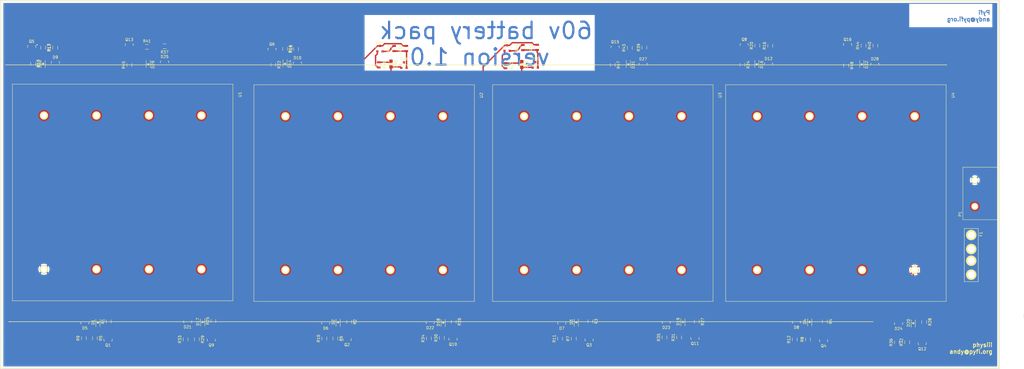
<source format=kicad_pcb>
(kicad_pcb (version 4) (host pcbnew 4.0.2-4+6225~38~ubuntu15.10.1-stable)
  (layers (0 F.Cu signal) (31 B.Cu signal) (34 B.Paste user) (35 F.Paste user) (36 B.SilkS user) (37 F.SilkS user) (38 B.Mask user) (39 F.Mask user) (44 Edge.Cuts user))
  (net 0 "")
  (net 1 "Net-(D1-Pad2)")
  (net 2 "Net-(D2-Pad1)")
  (net 3 "Net-(D3-Pad2)")
  (net 4 "Net-(D3-Pad1)")
  (net 5 "Net-(D4-Pad1)")
  (net 6 "Net-(D5-Pad2)")
  (net 7 "Net-(D7-Pad2)")
  (net 8 "Net-(D10-Pad2)")
  (net 9 "Net-(D10-Pad1)")
  (net 10 "Net-(D11-Pad2)")
  (net 11 "Net-(D11-Pad1)")
  (net 12 "Net-(D12-Pad1)")
  (net 13 "Net-(D13-Pad2)")
  (net 14 "Net-(D13-Pad1)")
  (net 15 "Net-(D14-Pad1)")
  (net 16 "Net-(D15-Pad1)")
  (net 17 "Net-(D16-Pad1)")
  (net 18 "Net-(D17-Pad2)")
  (net 19 "Net-(D18-Pad1)")
  (net 20 "Net-(D19-Pad2)")
  (net 21 "Net-(D19-Pad1)")
  (net 22 "Net-(D20-Pad1)")
  (net 23 "Net-(D21-Pad2)")
  (net 24 "Net-(D23-Pad2)")
  (net 25 "Net-(D25-Pad2)")
  (net 26 "Net-(D26-Pad1)")
  (net 27 "Net-(D27-Pad2)")
  (net 28 "Net-(D27-Pad1)")
  (net 29 "Net-(D28-Pad1)")
  (net 30 "Net-(D29-Pad1)")
  (net 31 "Net-(D30-Pad1)")
  (net 32 "Net-(D31-Pad1)")
  (net 33 "Net-(D32-Pad1)")
  (net 34 GND)
  (net 35 VCC)
  (net 36 "Net-(D17-Pad1)")
  (net 37 "Net-(D25-Pad1)")
  (net 38 "Net-(D1-Pad1)")
  (net 39 "Net-(D2-Pad2)")
  (net 40 "Net-(D4-Pad2)")
  (net 41 "Net-(D6-Pad2)")
  (net 42 "Net-(D8-Pad2)")
  (net 43 "Net-(D9-Pad2)")
  (net 44 "Net-(D12-Pad2)")
  (net 45 "Net-(D18-Pad2)")
  (net 46 "Net-(D22-Pad2)")
  (net 47 "Net-(D24-Pad2)")
  (net 48 "Net-(D26-Pad2)")
  (net 49 "Net-(D28-Pad2)")
  (net 50 "Net-(Q1-Pad1)")
  (net 51 "Net-(Q2-Pad1)")
  (net 52 "Net-(Q3-Pad1)")
  (net 53 "Net-(Q4-Pad1)")
  (net 54 "Net-(Q1-Pad2)")
  (net 55 "Net-(Q2-Pad2)")
  (net 56 "Net-(Q3-Pad2)")
  (net 57 "Net-(Q4-Pad2)")
  (net 58 "Net-(Q5-Pad2)")
  (net 59 "Net-(Q6-Pad2)")
  (net 60 "Net-(Q7-Pad2)")
  (net 61 "Net-(Q8-Pad2)")
  (net 62 "Net-(Q5-Pad1)")
  (net 63 "Net-(Q6-Pad1)")
  (net 64 "Net-(Q7-Pad1)")
  (net 65 "Net-(Q8-Pad1)")
  (net 66 "Net-(Q9-Pad1)")
  (net 67 "Net-(Q10-Pad1)")
  (net 68 "Net-(Q11-Pad1)")
  (net 69 "Net-(Q12-Pad1)")
  (net 70 "Net-(Q9-Pad2)")
  (net 71 "Net-(Q10-Pad2)")
  (net 72 "Net-(Q11-Pad2)")
  (net 73 "Net-(Q12-Pad2)")
  (net 74 "Net-(Q13-Pad2)")
  (net 75 "Net-(Q14-Pad2)")
  (net 76 "Net-(Q15-Pad2)")
  (net 77 "Net-(Q16-Pad2)")
  (net 78 "Net-(Q13-Pad1)")
  (net 79 "Net-(Q14-Pad1)")
  (net 80 "Net-(Q15-Pad1)")
  (net 81 "Net-(Q16-Pad1)")
  (net 82 "Net-(F1-Pad2)")
  (module TO_SOT_Packages_SMD:SOT-23 (layer F.Cu) (at 289.35 167.50076 180)
    (fp_text reference D23 (at 0 -2.25 180) (layer F.SilkS))
    (fp_text value ZENER)
    (pad 1 smd rect (at -0.95 1.00076 180) (size 0.8001 0.8001) (layers F.Cu F.Paste F.Mask) (net 20 "Net-(D19-Pad2)"))
    (pad 2 smd rect (at 0.95 1.00076 180) (size 0.8001 0.8001) (layers F.Cu F.Paste F.Mask) (net 24 "Net-(D23-Pad2)"))
    (pad 3 smd rect (at 0 -0.99822 180) (size 0.8001 0.8001) (layers F.Cu F.Paste F.Mask))
  )
  (module batter-holders:BK-18650-PC8 (layer F.Cu) (at 52.07 160.02 90)
    (fp_text reference U1 (at 74.93 82.55 90) (layer F.SilkS))
    (fp_text value 18650-PC8)
    (pad 7 thru_hole circle (at 11.43 68.58 90) (size 3 3) (drill 2) (layers *.Cu *.Mask F.SilkS) (net 18 "Net-(D17-Pad2)"))
    (pad 5 thru_hole circle (at 11.43 49.53 90) (size 3 3) (drill 2) (layers *.Cu *.Mask F.SilkS) (net 1 "Net-(D1-Pad2)"))
    (pad 3 thru_hole circle (at 11.43 30.48 90) (size 3 3) (drill 2) (layers *.Cu *.Mask F.SilkS) (net 1 "Net-(D1-Pad2)"))
    (pad 1 thru_hole circle (at 11.43 11.43 90) (size 3 3) (drill 2) (layers *.Cu *.Mask F.SilkS) (net 34 GND))
    (pad 2 thru_hole circle (at 67.31 11.43 90) (size 3 3) (drill 2) (layers *.Cu *.Mask F.SilkS) (net 13 "Net-(D13-Pad2)"))
    (pad 4 thru_hole circle (at 67.31 30.48 90) (size 3 3) (drill 2) (layers *.Cu *.Mask F.SilkS) (net 13 "Net-(D13-Pad2)"))
    (pad 6 thru_hole circle (at 67.31 49.53 90) (size 3 3) (drill 2) (layers *.Cu *.Mask F.SilkS) (net 37 "Net-(D25-Pad1)"))
    (pad 8 thru_hole circle (at 67.31 68.58 90) (size 3 3) (drill 2) (layers *.Cu *.Mask F.SilkS) (net 37 "Net-(D25-Pad1)"))
  )
  (module TO_SOT_Packages_SMD:SOT-23 (layer F.Cu) (at 124.25 173.90178 180)
    (fp_text reference Q9 (at 0 -2.25 180) (layer F.SilkS))
    (fp_text value MMBT3904LT1G)
    (pad 1 smd rect (at -0.95 1.00076 180) (size 0.8001 0.8001) (layers F.Cu F.Paste F.Mask) (net 66 "Net-(Q9-Pad1)"))
    (pad 2 smd rect (at 0.95 1.00076 180) (size 0.8001 0.8001) (layers F.Cu F.Paste F.Mask) (net 70 "Net-(Q9-Pad2)"))
    (pad 3 smd rect (at 0 -0.99822 180) (size 0.8001 0.8001) (layers F.Cu F.Paste F.Mask) (net 37 "Net-(D25-Pad1)"))
  )
  (module LEDs:LED_0805 (layer F.Cu) (at 83.1 167.84902 90)
    (fp_text reference D1 (at 0 -1.75 90) (layer F.SilkS))
    (fp_text value LED)
    (pad 2 smd rect (at 1.04902 0 270) (size 1.19888 1.19888) (layers F.Cu F.Paste F.Mask) (net 1 "Net-(D1-Pad2)"))
    (pad 1 smd rect (at -1.04902 0 270) (size 1.19888 1.19888) (layers F.Cu F.Paste F.Mask) (net 38 "Net-(D1-Pad1)"))
  )
  (module Resistors_SMD:R_0805 (layer F.Cu) (at 59.6 73.95 270)
    (fp_text reference R21 (at 0 -2.1 270) (layer F.SilkS))
    (fp_text value 10k)
    (pad 1 smd rect (at -0.95 0 270) (size 0.7 1.3) (layers F.Cu F.Paste F.Mask) (net 62 "Net-(Q5-Pad1)"))
    (pad 2 smd rect (at 0.95 0 270) (size 0.7 1.3) (layers F.Cu F.Paste F.Mask) (net 14 "Net-(D13-Pad1)"))
  )
  (module batter-holders:BK-18650-PC8 (layer F.Cu) (at 139.7 160.274 90)
    (fp_text reference U2 (at 74.93 82.55 90) (layer F.SilkS))
    (fp_text value 18650-PC8)
    (pad 7 thru_hole circle (at 11.43 68.58 90) (size 3 3) (drill 2) (layers *.Cu *.Mask F.SilkS) (net 45 "Net-(D18-Pad2)"))
    (pad 5 thru_hole circle (at 11.43 49.53 90) (size 3 3) (drill 2) (layers *.Cu *.Mask F.SilkS) (net 39 "Net-(D2-Pad2)"))
    (pad 3 thru_hole circle (at 11.43 30.48 90) (size 3 3) (drill 2) (layers *.Cu *.Mask F.SilkS) (net 39 "Net-(D2-Pad2)"))
    (pad 1 thru_hole circle (at 11.43 11.43 90) (size 3 3) (drill 2) (layers *.Cu *.Mask F.SilkS) (net 18 "Net-(D17-Pad2)"))
    (pad 2 thru_hole circle (at 67.31 11.43 90) (size 3 3) (drill 2) (layers *.Cu *.Mask F.SilkS) (net 9 "Net-(D10-Pad1)"))
    (pad 4 thru_hole circle (at 67.31 30.48 90) (size 3 3) (drill 2) (layers *.Cu *.Mask F.SilkS) (net 9 "Net-(D10-Pad1)"))
    (pad 6 thru_hole circle (at 67.31 49.53 90) (size 3 3) (drill 2) (layers *.Cu *.Mask F.SilkS) (net 26 "Net-(D26-Pad1)"))
    (pad 8 thru_hole circle (at 67.31 68.58 90) (size 3 3) (drill 2) (layers *.Cu *.Mask F.SilkS) (net 26 "Net-(D26-Pad1)"))
  )
  (module batter-holders:BK-18650-PC8 (layer F.Cu) (at 310.896 160.274 90)
    (fp_text reference U4 (at 74.93 82.55 90) (layer F.SilkS))
    (fp_text value 18650-PC8)
    (pad 7 thru_hole circle (at 11.43 68.58 90) (size 3 3) (drill 2) (layers *.Cu *.Mask F.SilkS) (net 35 VCC))
    (pad 5 thru_hole circle (at 11.43 49.53 90) (size 3 3) (drill 2) (layers *.Cu *.Mask F.SilkS) (net 40 "Net-(D4-Pad2)"))
    (pad 3 thru_hole circle (at 11.43 30.48 90) (size 3 3) (drill 2) (layers *.Cu *.Mask F.SilkS) (net 40 "Net-(D4-Pad2)"))
    (pad 1 thru_hole circle (at 11.43 11.43 90) (size 3 3) (drill 2) (layers *.Cu *.Mask F.SilkS) (net 20 "Net-(D19-Pad2)"))
    (pad 2 thru_hole circle (at 67.31 11.43 90) (size 3 3) (drill 2) (layers *.Cu *.Mask F.SilkS) (net 12 "Net-(D12-Pad1)"))
    (pad 4 thru_hole circle (at 67.31 30.48 90) (size 3 3) (drill 2) (layers *.Cu *.Mask F.SilkS) (net 12 "Net-(D12-Pad1)"))
    (pad 6 thru_hole circle (at 67.31 49.53 90) (size 3 3) (drill 2) (layers *.Cu *.Mask F.SilkS) (net 29 "Net-(D28-Pad1)"))
    (pad 8 thru_hole circle (at 67.31 68.58 90) (size 3 3) (drill 2) (layers *.Cu *.Mask F.SilkS) (net 29 "Net-(D28-Pad1)"))
  )
  (module batter-holders:BK-18650-PC8 (layer F.Cu) (at 226.314 160.274 90)
    (fp_text reference U3 (at 74.93 82.55 90) (layer F.SilkS))
    (fp_text value 18650-PC8)
    (pad 7 thru_hole circle (at 11.43 68.58 90) (size 3 3) (drill 2) (layers *.Cu *.Mask F.SilkS) (net 20 "Net-(D19-Pad2)"))
    (pad 5 thru_hole circle (at 11.43 49.53 90) (size 3 3) (drill 2) (layers *.Cu *.Mask F.SilkS) (net 3 "Net-(D3-Pad2)"))
    (pad 3 thru_hole circle (at 11.43 30.48 90) (size 3 3) (drill 2) (layers *.Cu *.Mask F.SilkS) (net 3 "Net-(D3-Pad2)"))
    (pad 1 thru_hole circle (at 11.43 11.43 90) (size 3 3) (drill 2) (layers *.Cu *.Mask F.SilkS) (net 45 "Net-(D18-Pad2)"))
    (pad 2 thru_hole circle (at 67.31 11.43 90) (size 3 3) (drill 2) (layers *.Cu *.Mask F.SilkS) (net 11 "Net-(D11-Pad1)"))
    (pad 4 thru_hole circle (at 67.31 30.48 90) (size 3 3) (drill 2) (layers *.Cu *.Mask F.SilkS) (net 11 "Net-(D11-Pad1)"))
    (pad 6 thru_hole circle (at 67.31 49.53 90) (size 3 3) (drill 2) (layers *.Cu *.Mask F.SilkS) (net 28 "Net-(D27-Pad1)"))
    (pad 8 thru_hole circle (at 67.31 68.58 90) (size 3 3) (drill 2) (layers *.Cu *.Mask F.SilkS) (net 28 "Net-(D27-Pad1)"))
  )
  (module battery-pack:TerminalBlock-ESPM02200 (layer F.Cu) (at 401.32 116.205 270)
    (fp_text reference P1 (at 12.319 5.334 270) (layer F.SilkS))
    (fp_text value CONN_01X02)
    (pad 2 thru_hole circle (at 0 0 270) (size 2.54 2.54) (drill 1.778) (layers *.Cu *.Mask F.SilkS) (net 34 GND))
    (pad 1 thru_hole circle (at 9.525 0 270) (size 2.54 2.54) (drill 1.778) (layers *.Cu *.Mask F.SilkS) (net 82 "Net-(F1-Pad2)"))
  )
  (module LEDs:LED_0805 (layer F.Cu) (at 170.25 167.75 90)
    (fp_text reference D2 (at 0 -1.75 90) (layer F.SilkS))
    (fp_text value LED)
    (pad 2 smd rect (at 1.04902 0 270) (size 1.19888 1.19888) (layers F.Cu F.Paste F.Mask) (net 39 "Net-(D2-Pad2)"))
    (pad 1 smd rect (at -1.04902 0 270) (size 1.19888 1.19888) (layers F.Cu F.Paste F.Mask) (net 2 "Net-(D2-Pad1)"))
  )
  (module LEDs:LED_0805 (layer F.Cu) (at 256.7 167.75098 90)
    (fp_text reference D3 (at 0 -1.75 90) (layer F.SilkS))
    (fp_text value LED)
    (pad 2 smd rect (at 1.04902 0 270) (size 1.19888 1.19888) (layers F.Cu F.Paste F.Mask) (net 3 "Net-(D3-Pad2)"))
    (pad 1 smd rect (at -1.04902 0 270) (size 1.19888 1.19888) (layers F.Cu F.Paste F.Mask) (net 4 "Net-(D3-Pad1)"))
  )
  (module LEDs:LED_0805 (layer F.Cu) (at 341.4 167.60098 90)
    (fp_text reference D4 (at 0 -1.75 90) (layer F.SilkS))
    (fp_text value LED)
    (pad 2 smd rect (at 1.04902 0 270) (size 1.19888 1.19888) (layers F.Cu F.Paste F.Mask) (net 40 "Net-(D4-Pad2)"))
    (pad 1 smd rect (at -1.04902 0 270) (size 1.19888 1.19888) (layers F.Cu F.Paste F.Mask) (net 5 "Net-(D4-Pad1)"))
  )
  (module TO_SOT_Packages_SMD:SOT-23 (layer F.Cu) (at 78.35 167.70076 180)
    (fp_text reference D5 (at 0 -2.25 180) (layer F.SilkS))
    (fp_text value ZENER)
    (pad 1 smd rect (at -0.95 1.00076 180) (size 0.8001 0.8001) (layers F.Cu F.Paste F.Mask) (net 1 "Net-(D1-Pad2)"))
    (pad 2 smd rect (at 0.95 1.00076 180) (size 0.8001 0.8001) (layers F.Cu F.Paste F.Mask) (net 6 "Net-(D5-Pad2)"))
    (pad 3 smd rect (at 0 -0.99822 180) (size 0.8001 0.8001) (layers F.Cu F.Paste F.Mask))
  )
  (module TO_SOT_Packages_SMD:SOT-23 (layer F.Cu) (at 165.75 167.75178 180)
    (fp_text reference D6 (at 0 -2.25 180) (layer F.SilkS))
    (fp_text value ZENER)
    (pad 1 smd rect (at -0.95 1.00076 180) (size 0.8001 0.8001) (layers F.Cu F.Paste F.Mask) (net 39 "Net-(D2-Pad2)"))
    (pad 2 smd rect (at 0.95 1.00076 180) (size 0.8001 0.8001) (layers F.Cu F.Paste F.Mask) (net 41 "Net-(D6-Pad2)"))
    (pad 3 smd rect (at 0 -0.99822 180) (size 0.8001 0.8001) (layers F.Cu F.Paste F.Mask))
  )
  (module TO_SOT_Packages_SMD:SOT-23 (layer F.Cu) (at 251.45 167.80076 180)
    (fp_text reference D7 (at 0 -2.25 180) (layer F.SilkS))
    (fp_text value ZENER)
    (pad 1 smd rect (at -0.95 1.00076 180) (size 0.8001 0.8001) (layers F.Cu F.Paste F.Mask) (net 3 "Net-(D3-Pad2)"))
    (pad 2 smd rect (at 0.95 1.00076 180) (size 0.8001 0.8001) (layers F.Cu F.Paste F.Mask) (net 7 "Net-(D7-Pad2)"))
    (pad 3 smd rect (at 0 -0.99822 180) (size 0.8001 0.8001) (layers F.Cu F.Paste F.Mask))
  )
  (module TO_SOT_Packages_SMD:SOT-23 (layer F.Cu) (at 336.6 167.45 180)
    (fp_text reference D8 (at 0 -2.25 180) (layer F.SilkS))
    (fp_text value ZENER)
    (pad 1 smd rect (at -0.95 1.00076 180) (size 0.8001 0.8001) (layers F.Cu F.Paste F.Mask) (net 40 "Net-(D4-Pad2)"))
    (pad 2 smd rect (at 0.95 1.00076 180) (size 0.8001 0.8001) (layers F.Cu F.Paste F.Mask) (net 42 "Net-(D8-Pad2)"))
    (pad 3 smd rect (at 0 -0.99822 180) (size 0.8001 0.8001) (layers F.Cu F.Paste F.Mask))
  )
  (module TO_SOT_Packages_SMD:SOT-23 (layer F.Cu) (at 67.65 73.79924)
    (fp_text reference D9 (at 0 -2.25) (layer F.SilkS))
    (fp_text value ZENER)
    (pad 1 smd rect (at -0.95 1.00076) (size 0.8001 0.8001) (layers F.Cu F.Paste F.Mask) (net 13 "Net-(D13-Pad2)"))
    (pad 2 smd rect (at 0.95 1.00076) (size 0.8001 0.8001) (layers F.Cu F.Paste F.Mask) (net 43 "Net-(D9-Pad2)"))
    (pad 3 smd rect (at 0 -0.99822) (size 0.8001 0.8001) (layers F.Cu F.Paste F.Mask))
  )
  (module TO_SOT_Packages_SMD:SOT-23 (layer F.Cu) (at 155.5 73.99822)
    (fp_text reference D10 (at 0 -2.25) (layer F.SilkS))
    (fp_text value ZENER)
    (pad 1 smd rect (at -0.95 1.00076) (size 0.8001 0.8001) (layers F.Cu F.Paste F.Mask) (net 9 "Net-(D10-Pad1)"))
    (pad 2 smd rect (at 0.95 1.00076) (size 0.8001 0.8001) (layers F.Cu F.Paste F.Mask) (net 8 "Net-(D10-Pad2)"))
    (pad 3 smd rect (at 0 -0.99822) (size 0.8001 0.8001) (layers F.Cu F.Paste F.Mask))
  )
  (module TO_SOT_Packages_SMD:SOT-23 (layer F.Cu) (at 241.8 74.3)
    (fp_text reference D11 (at 0 -2.25) (layer F.SilkS))
    (fp_text value ZENER)
    (pad 1 smd rect (at -0.95 1.00076) (size 0.8001 0.8001) (layers F.Cu F.Paste F.Mask) (net 11 "Net-(D11-Pad1)"))
    (pad 2 smd rect (at 0.95 1.00076) (size 0.8001 0.8001) (layers F.Cu F.Paste F.Mask) (net 10 "Net-(D11-Pad2)"))
    (pad 3 smd rect (at 0 -0.99822) (size 0.8001 0.8001) (layers F.Cu F.Paste F.Mask))
  )
  (module TO_SOT_Packages_SMD:SOT-23 (layer F.Cu) (at 326.45 74.29924)
    (fp_text reference D12 (at 0 -2.25) (layer F.SilkS))
    (fp_text value ZENER)
    (pad 1 smd rect (at -0.95 1.00076) (size 0.8001 0.8001) (layers F.Cu F.Paste F.Mask) (net 12 "Net-(D12-Pad1)"))
    (pad 2 smd rect (at 0.95 1.00076) (size 0.8001 0.8001) (layers F.Cu F.Paste F.Mask) (net 44 "Net-(D12-Pad2)"))
    (pad 3 smd rect (at 0 -0.99822) (size 0.8001 0.8001) (layers F.Cu F.Paste F.Mask))
  )
  (module LEDs:LED_0805 (layer F.Cu) (at 63.2 73.75098 90)
    (fp_text reference D13 (at 0 -1.75 90) (layer F.SilkS))
    (fp_text value LED)
    (pad 2 smd rect (at 1.04902 0 270) (size 1.19888 1.19888) (layers F.Cu F.Paste F.Mask) (net 13 "Net-(D13-Pad2)"))
    (pad 1 smd rect (at -1.04902 0 270) (size 1.19888 1.19888) (layers F.Cu F.Paste F.Mask) (net 14 "Net-(D13-Pad1)"))
  )
  (module LEDs:LED_0805 (layer F.Cu) (at 151 74 270)
    (fp_text reference D14 (at 0 -1.75 270) (layer F.SilkS))
    (fp_text value LED)
    (pad 2 smd rect (at 1.04902 0 90) (size 1.19888 1.19888) (layers F.Cu F.Paste F.Mask) (net 9 "Net-(D10-Pad1)"))
    (pad 1 smd rect (at -1.04902 0 90) (size 1.19888 1.19888) (layers F.Cu F.Paste F.Mask) (net 15 "Net-(D14-Pad1)"))
  )
  (module LEDs:LED_0805 (layer F.Cu) (at 236.9 74.14902 270)
    (fp_text reference D15 (at 0 -1.75 270) (layer F.SilkS))
    (fp_text value LED)
    (pad 2 smd rect (at 1.04902 0 90) (size 1.19888 1.19888) (layers F.Cu F.Paste F.Mask) (net 11 "Net-(D11-Pad1)"))
    (pad 1 smd rect (at -1.04902 0 90) (size 1.19888 1.19888) (layers F.Cu F.Paste F.Mask) (net 16 "Net-(D15-Pad1)"))
  )
  (module LEDs:LED_0805 (layer F.Cu) (at 322.2 74.2 270)
    (fp_text reference D16 (at 0 -1.75 270) (layer F.SilkS))
    (fp_text value LED)
    (pad 2 smd rect (at 1.04902 0 90) (size 1.19888 1.19888) (layers F.Cu F.Paste F.Mask) (net 12 "Net-(D12-Pad1)"))
    (pad 1 smd rect (at -1.04902 0 90) (size 1.19888 1.19888) (layers F.Cu F.Paste F.Mask) (net 17 "Net-(D16-Pad1)"))
  )
  (module LEDs:LED_0805 (layer F.Cu) (at 121.1 167.64902 90)
    (fp_text reference D17 (at 0 -1.75 90) (layer F.SilkS))
    (fp_text value LED)
    (pad 2 smd rect (at 1.04902 0 270) (size 1.19888 1.19888) (layers F.Cu F.Paste F.Mask) (net 18 "Net-(D17-Pad2)"))
    (pad 1 smd rect (at -1.04902 0 270) (size 1.19888 1.19888) (layers F.Cu F.Paste F.Mask) (net 36 "Net-(D17-Pad1)"))
  )
  (module LEDs:LED_0805 (layer F.Cu) (at 208.4 167.84902 90)
    (fp_text reference D18 (at 0 -1.75 90) (layer F.SilkS))
    (fp_text value LED)
    (pad 2 smd rect (at 1.04902 0 270) (size 1.19888 1.19888) (layers F.Cu F.Paste F.Mask) (net 45 "Net-(D18-Pad2)"))
    (pad 1 smd rect (at -1.04902 0 270) (size 1.19888 1.19888) (layers F.Cu F.Paste F.Mask) (net 19 "Net-(D18-Pad1)"))
  )
  (module LEDs:LED_0805 (layer F.Cu) (at 295.4 167.6 90)
    (fp_text reference D19 (at 0 -1.75 90) (layer F.SilkS))
    (fp_text value LED)
    (pad 2 smd rect (at 1.04902 0 270) (size 1.19888 1.19888) (layers F.Cu F.Paste F.Mask) (net 20 "Net-(D19-Pad2)"))
    (pad 1 smd rect (at -1.04902 0 270) (size 1.19888 1.19888) (layers F.Cu F.Paste F.Mask) (net 21 "Net-(D19-Pad1)"))
  )
  (module LEDs:LED_0805 (layer F.Cu) (at 379 168.05098 90)
    (fp_text reference D20 (at 0 -1.75 90) (layer F.SilkS))
    (fp_text value LED)
    (pad 2 smd rect (at 1.04902 0 270) (size 1.19888 1.19888) (layers F.Cu F.Paste F.Mask) (net 35 VCC))
    (pad 1 smd rect (at -1.04902 0 270) (size 1.19888 1.19888) (layers F.Cu F.Paste F.Mask) (net 22 "Net-(D20-Pad1)"))
  )
  (module TO_SOT_Packages_SMD:SOT-23 (layer F.Cu) (at 115.65 167.30076 180)
    (fp_text reference D21 (at 0 -2.25 180) (layer F.SilkS))
    (fp_text value ZENER)
    (pad 1 smd rect (at -0.95 1.00076 180) (size 0.8001 0.8001) (layers F.Cu F.Paste F.Mask) (net 18 "Net-(D17-Pad2)"))
    (pad 2 smd rect (at 0.95 1.00076 180) (size 0.8001 0.8001) (layers F.Cu F.Paste F.Mask) (net 23 "Net-(D21-Pad2)"))
    (pad 3 smd rect (at 0 -0.99822 180) (size 0.8001 0.8001) (layers F.Cu F.Paste F.Mask))
  )
  (module TO_SOT_Packages_SMD:SOT-23 (layer F.Cu) (at 203.65 167.60076 180)
    (fp_text reference D22 (at 0 -2.25 180) (layer F.SilkS))
    (fp_text value ZENER)
    (pad 1 smd rect (at -0.95 1.00076 180) (size 0.8001 0.8001) (layers F.Cu F.Paste F.Mask) (net 45 "Net-(D18-Pad2)"))
    (pad 2 smd rect (at 0.95 1.00076 180) (size 0.8001 0.8001) (layers F.Cu F.Paste F.Mask) (net 46 "Net-(D22-Pad2)"))
    (pad 3 smd rect (at 0 -0.99822 180) (size 0.8001 0.8001) (layers F.Cu F.Paste F.Mask))
  )
  (module TO_SOT_Packages_SMD:SOT-23 (layer F.Cu) (at 373.65 167.90178 180)
    (fp_text reference D24 (at 0 -2.25 180) (layer F.SilkS))
    (fp_text value ZENER)
    (pad 1 smd rect (at -0.95 1.00076 180) (size 0.8001 0.8001) (layers F.Cu F.Paste F.Mask) (net 35 VCC))
    (pad 2 smd rect (at 0.95 1.00076 180) (size 0.8001 0.8001) (layers F.Cu F.Paste F.Mask) (net 47 "Net-(D24-Pad2)"))
    (pad 3 smd rect (at 0 -0.99822 180) (size 0.8001 0.8001) (layers F.Cu F.Paste F.Mask))
  )
  (module TO_SOT_Packages_SMD:SOT-23 (layer F.Cu) (at 107.263131 73.558619)
    (fp_text reference D25 (at 0 -2.25) (layer F.SilkS))
    (fp_text value ZENER)
    (pad 1 smd rect (at -0.95 1.00076) (size 0.8001 0.8001) (layers F.Cu F.Paste F.Mask) (net 37 "Net-(D25-Pad1)"))
    (pad 2 smd rect (at 0.95 1.00076) (size 0.8001 0.8001) (layers F.Cu F.Paste F.Mask) (net 25 "Net-(D25-Pad2)"))
    (pad 3 smd rect (at 0 -0.99822) (size 0.8001 0.8001) (layers F.Cu F.Paste F.Mask))
  )
  (module TO_SOT_Packages_SMD:SOT-23 (layer F.Cu) (at 194.15 74.39924)
    (fp_text reference D26 (at 0 -2.25) (layer F.SilkS))
    (fp_text value ZENER)
    (pad 1 smd rect (at -0.95 1.00076) (size 0.8001 0.8001) (layers F.Cu F.Paste F.Mask) (net 26 "Net-(D26-Pad1)"))
    (pad 2 smd rect (at 0.95 1.00076) (size 0.8001 0.8001) (layers F.Cu F.Paste F.Mask) (net 48 "Net-(D26-Pad2)"))
    (pad 3 smd rect (at 0 -0.99822) (size 0.8001 0.8001) (layers F.Cu F.Paste F.Mask))
  )
  (module TO_SOT_Packages_SMD:SOT-23 (layer F.Cu) (at 280.925 74.42322)
    (fp_text reference D27 (at 0 -2.25) (layer F.SilkS))
    (fp_text value ZENER)
    (pad 1 smd rect (at -0.95 1.00076) (size 0.8001 0.8001) (layers F.Cu F.Paste F.Mask) (net 28 "Net-(D27-Pad1)"))
    (pad 2 smd rect (at 0.95 1.00076) (size 0.8001 0.8001) (layers F.Cu F.Paste F.Mask) (net 27 "Net-(D27-Pad2)"))
    (pad 3 smd rect (at 0 -0.99822) (size 0.8001 0.8001) (layers F.Cu F.Paste F.Mask))
  )
  (module TO_SOT_Packages_SMD:SOT-23 (layer F.Cu) (at 365.05 74.39822)
    (fp_text reference D28 (at 0 -2.25) (layer F.SilkS))
    (fp_text value ZENER)
    (pad 1 smd rect (at -0.95 1.00076) (size 0.8001 0.8001) (layers F.Cu F.Paste F.Mask) (net 29 "Net-(D28-Pad1)"))
    (pad 2 smd rect (at 0.95 1.00076) (size 0.8001 0.8001) (layers F.Cu F.Paste F.Mask) (net 49 "Net-(D28-Pad2)"))
    (pad 3 smd rect (at 0 -0.99822) (size 0.8001 0.8001) (layers F.Cu F.Paste F.Mask))
  )
  (module LEDs:LED_0805 (layer F.Cu) (at 101.313131 74.208399 270)
    (fp_text reference D29 (at 0 -1.75 270) (layer F.SilkS))
    (fp_text value LED)
    (pad 2 smd rect (at 1.04902 0 90) (size 1.19888 1.19888) (layers F.Cu F.Paste F.Mask) (net 37 "Net-(D25-Pad1)"))
    (pad 1 smd rect (at -1.04902 0 90) (size 1.19888 1.19888) (layers F.Cu F.Paste F.Mask) (net 30 "Net-(D29-Pad1)"))
  )
  (module LEDs:LED_0805 (layer F.Cu) (at 189.44902 74 270)
    (fp_text reference D30 (at 0 -1.75 270) (layer F.SilkS))
    (fp_text value LED)
    (pad 2 smd rect (at 1.04902 0 90) (size 1.19888 1.19888) (layers F.Cu F.Paste F.Mask) (net 26 "Net-(D26-Pad1)"))
    (pad 1 smd rect (at -1.04902 0 90) (size 1.19888 1.19888) (layers F.Cu F.Paste F.Mask) (net 31 "Net-(D30-Pad1)"))
  )
  (module LEDs:LED_0805 (layer F.Cu) (at 275.6 74.24902 270)
    (fp_text reference D31 (at 0 -1.75 270) (layer F.SilkS))
    (fp_text value LED)
    (pad 2 smd rect (at 1.04902 0 90) (size 1.19888 1.19888) (layers F.Cu F.Paste F.Mask) (net 28 "Net-(D27-Pad1)"))
    (pad 1 smd rect (at -1.04902 0 90) (size 1.19888 1.19888) (layers F.Cu F.Paste F.Mask) (net 32 "Net-(D31-Pad1)"))
  )
  (module LEDs:LED_0805 (layer F.Cu) (at 360.3 74.25 270)
    (fp_text reference D32 (at 0 -1.75 270) (layer F.SilkS))
    (fp_text value LED)
    (pad 2 smd rect (at 1.04902 0 90) (size 1.19888 1.19888) (layers F.Cu F.Paste F.Mask) (net 29 "Net-(D28-Pad1)"))
    (pad 1 smd rect (at -1.04902 0 90) (size 1.19888 1.19888) (layers F.Cu F.Paste F.Mask) (net 33 "Net-(D32-Pad1)"))
  )
  (module TO_SOT_Packages_SMD:SOT-23 (layer F.Cu) (at 86.75 173.90076 180)
    (fp_text reference Q1 (at 0 -2.25 180) (layer F.SilkS))
    (fp_text value MMBT3904LT1G)
    (pad 1 smd rect (at -0.95 1.00076 180) (size 0.8001 0.8001) (layers F.Cu F.Paste F.Mask) (net 50 "Net-(Q1-Pad1)"))
    (pad 2 smd rect (at 0.95 1.00076 180) (size 0.8001 0.8001) (layers F.Cu F.Paste F.Mask) (net 54 "Net-(Q1-Pad2)"))
    (pad 3 smd rect (at 0 -0.99822 180) (size 0.8001 0.8001) (layers F.Cu F.Paste F.Mask) (net 13 "Net-(D13-Pad2)"))
  )
  (module TO_SOT_Packages_SMD:SOT-23 (layer F.Cu) (at 173.5 173.75178 180)
    (fp_text reference Q2 (at 0 -2.25 180) (layer F.SilkS))
    (fp_text value MMBT3904LT1G)
    (pad 1 smd rect (at -0.95 1.00076 180) (size 0.8001 0.8001) (layers F.Cu F.Paste F.Mask) (net 51 "Net-(Q2-Pad1)"))
    (pad 2 smd rect (at 0.95 1.00076 180) (size 0.8001 0.8001) (layers F.Cu F.Paste F.Mask) (net 55 "Net-(Q2-Pad2)"))
    (pad 3 smd rect (at 0 -0.99822 180) (size 0.8001 0.8001) (layers F.Cu F.Paste F.Mask) (net 9 "Net-(D10-Pad1)"))
  )
  (module TO_SOT_Packages_SMD:SOT-23 (layer F.Cu) (at 261.35 173.85 180)
    (fp_text reference Q3 (at 0 -2.25 180) (layer F.SilkS))
    (fp_text value MMBT3904LT1G)
    (pad 1 smd rect (at -0.95 1.00076 180) (size 0.8001 0.8001) (layers F.Cu F.Paste F.Mask) (net 52 "Net-(Q3-Pad1)"))
    (pad 2 smd rect (at 0.95 1.00076 180) (size 0.8001 0.8001) (layers F.Cu F.Paste F.Mask) (net 56 "Net-(Q3-Pad2)"))
    (pad 3 smd rect (at 0 -0.99822 180) (size 0.8001 0.8001) (layers F.Cu F.Paste F.Mask) (net 11 "Net-(D11-Pad1)"))
  )
  (module TO_SOT_Packages_SMD:SOT-23 (layer F.Cu) (at 346.45 174.15076 180)
    (fp_text reference Q4 (at 0 -2.25 180) (layer F.SilkS))
    (fp_text value MMBT3904LT1G)
    (pad 1 smd rect (at -0.95 1.00076 180) (size 0.8001 0.8001) (layers F.Cu F.Paste F.Mask) (net 53 "Net-(Q4-Pad1)"))
    (pad 2 smd rect (at 0.95 1.00076 180) (size 0.8001 0.8001) (layers F.Cu F.Paste F.Mask) (net 57 "Net-(Q4-Pad2)"))
    (pad 3 smd rect (at 0 -0.99822 180) (size 0.8001 0.8001) (layers F.Cu F.Paste F.Mask) (net 12 "Net-(D12-Pad1)"))
  )
  (module TO_SOT_Packages_SMD:SOT-23 (layer F.Cu) (at 59.05 67.99924)
    (fp_text reference Q5 (at 0 -2.25) (layer F.SilkS))
    (fp_text value MMBT3904LT1G)
    (pad 1 smd rect (at -0.95 1.00076) (size 0.8001 0.8001) (layers F.Cu F.Paste F.Mask) (net 62 "Net-(Q5-Pad1)"))
    (pad 2 smd rect (at 0.95 1.00076) (size 0.8001 0.8001) (layers F.Cu F.Paste F.Mask) (net 58 "Net-(Q5-Pad2)"))
    (pad 3 smd rect (at 0 -0.99822) (size 0.8001 0.8001) (layers F.Cu F.Paste F.Mask) (net 34 GND))
  )
  (module TO_SOT_Packages_SMD:SOT-23 (layer F.Cu) (at 146.25 68.99822)
    (fp_text reference Q6 (at 0 -2.25) (layer F.SilkS))
    (fp_text value MMBT3904LT1G)
    (pad 1 smd rect (at -0.95 1.00076) (size 0.8001 0.8001) (layers F.Cu F.Paste F.Mask) (net 63 "Net-(Q6-Pad1)"))
    (pad 2 smd rect (at 0.95 1.00076) (size 0.8001 0.8001) (layers F.Cu F.Paste F.Mask) (net 59 "Net-(Q6-Pad2)"))
    (pad 3 smd rect (at 0 -0.99822) (size 0.8001 0.8001) (layers F.Cu F.Paste F.Mask) (net 18 "Net-(D17-Pad2)"))
  )
  (module TO_SOT_Packages_SMD:SOT-23 (layer F.Cu) (at 231.6 68.19822)
    (fp_text reference Q7 (at 0 -2.25) (layer F.SilkS))
    (fp_text value MMBT3904LT1G)
    (pad 1 smd rect (at -0.95 1.00076) (size 0.8001 0.8001) (layers F.Cu F.Paste F.Mask) (net 64 "Net-(Q7-Pad1)"))
    (pad 2 smd rect (at 0.95 1.00076) (size 0.8001 0.8001) (layers F.Cu F.Paste F.Mask) (net 60 "Net-(Q7-Pad2)"))
    (pad 3 smd rect (at 0 -0.99822) (size 0.8001 0.8001) (layers F.Cu F.Paste F.Mask) (net 45 "Net-(D18-Pad2)"))
  )
  (module TO_SOT_Packages_SMD:SOT-23 (layer F.Cu) (at 317.65 67.29924)
    (fp_text reference Q8 (at 0 -2.25) (layer F.SilkS))
    (fp_text value MMBT3904LT1G)
    (pad 1 smd rect (at -0.95 1.00076) (size 0.8001 0.8001) (layers F.Cu F.Paste F.Mask) (net 65 "Net-(Q8-Pad1)"))
    (pad 2 smd rect (at 0.95 1.00076) (size 0.8001 0.8001) (layers F.Cu F.Paste F.Mask) (net 61 "Net-(Q8-Pad2)"))
    (pad 3 smd rect (at 0 -0.99822) (size 0.8001 0.8001) (layers F.Cu F.Paste F.Mask) (net 20 "Net-(D19-Pad2)"))
  )
  (module TO_SOT_Packages_SMD:SOT-23 (layer F.Cu) (at 211.95 173.60076 180)
    (fp_text reference Q10 (at 0 -2.25 180) (layer F.SilkS))
    (fp_text value MMBT3904LT1G)
    (pad 1 smd rect (at -0.95 1.00076 180) (size 0.8001 0.8001) (layers F.Cu F.Paste F.Mask) (net 67 "Net-(Q10-Pad1)"))
    (pad 2 smd rect (at 0.95 1.00076 180) (size 0.8001 0.8001) (layers F.Cu F.Paste F.Mask) (net 71 "Net-(Q10-Pad2)"))
    (pad 3 smd rect (at 0 -0.99822 180) (size 0.8001 0.8001) (layers F.Cu F.Paste F.Mask) (net 26 "Net-(D26-Pad1)"))
  )
  (module TO_SOT_Packages_SMD:SOT-23 (layer F.Cu) (at 299.75 173.30076 180)
    (fp_text reference Q11 (at 0 -2.25 180) (layer F.SilkS))
    (fp_text value MMBT3904LT1G)
    (pad 1 smd rect (at -0.95 1.00076 180) (size 0.8001 0.8001) (layers F.Cu F.Paste F.Mask) (net 68 "Net-(Q11-Pad1)"))
    (pad 2 smd rect (at 0.95 1.00076 180) (size 0.8001 0.8001) (layers F.Cu F.Paste F.Mask) (net 72 "Net-(Q11-Pad2)"))
    (pad 3 smd rect (at 0 -0.99822 180) (size 0.8001 0.8001) (layers F.Cu F.Paste F.Mask) (net 28 "Net-(D27-Pad1)"))
  )
  (module TO_SOT_Packages_SMD:SOT-23 (layer F.Cu) (at 382.25 175.25076 180)
    (fp_text reference Q12 (at 0 -2.25 180) (layer F.SilkS))
    (fp_text value MMBT3904LT1G)
    (pad 1 smd rect (at -0.95 1.00076 180) (size 0.8001 0.8001) (layers F.Cu F.Paste F.Mask) (net 69 "Net-(Q12-Pad1)"))
    (pad 2 smd rect (at 0.95 1.00076 180) (size 0.8001 0.8001) (layers F.Cu F.Paste F.Mask) (net 73 "Net-(Q12-Pad2)"))
    (pad 3 smd rect (at 0 -0.99822 180) (size 0.8001 0.8001) (layers F.Cu F.Paste F.Mask) (net 29 "Net-(D28-Pad1)"))
  )
  (module TO_SOT_Packages_SMD:SOT-23 (layer F.Cu) (at 94.463131 67.358619)
    (fp_text reference Q13 (at 0 -2.25) (layer F.SilkS))
    (fp_text value MMBT3904LT1G)
    (pad 1 smd rect (at -0.95 1.00076) (size 0.8001 0.8001) (layers F.Cu F.Paste F.Mask) (net 78 "Net-(Q13-Pad1)"))
    (pad 2 smd rect (at 0.95 1.00076) (size 0.8001 0.8001) (layers F.Cu F.Paste F.Mask) (net 74 "Net-(Q13-Pad2)"))
    (pad 3 smd rect (at 0 -0.99822) (size 0.8001 0.8001) (layers F.Cu F.Paste F.Mask) (net 1 "Net-(D1-Pad2)"))
  )
  (module TO_SOT_Packages_SMD:SOT-23 (layer F.Cu) (at 185.45 68.39924)
    (fp_text reference Q14 (at 0 -2.25) (layer F.SilkS))
    (fp_text value MMBT3904LT1G)
    (pad 1 smd rect (at -0.95 1.00076) (size 0.8001 0.8001) (layers F.Cu F.Paste F.Mask) (net 79 "Net-(Q14-Pad1)"))
    (pad 2 smd rect (at 0.95 1.00076) (size 0.8001 0.8001) (layers F.Cu F.Paste F.Mask) (net 75 "Net-(Q14-Pad2)"))
    (pad 3 smd rect (at 0 -0.99822) (size 0.8001 0.8001) (layers F.Cu F.Paste F.Mask) (net 39 "Net-(D2-Pad2)"))
  )
  (module TO_SOT_Packages_SMD:SOT-23 (layer F.Cu) (at 270.775 68.17322)
    (fp_text reference Q15 (at 0 -2.25) (layer F.SilkS))
    (fp_text value MMBT3904LT1G)
    (pad 1 smd rect (at -0.95 1.00076) (size 0.8001 0.8001) (layers F.Cu F.Paste F.Mask) (net 80 "Net-(Q15-Pad1)"))
    (pad 2 smd rect (at 0.95 1.00076) (size 0.8001 0.8001) (layers F.Cu F.Paste F.Mask) (net 76 "Net-(Q15-Pad2)"))
    (pad 3 smd rect (at 0 -0.99822) (size 0.8001 0.8001) (layers F.Cu F.Paste F.Mask) (net 3 "Net-(D3-Pad2)"))
  )
  (module TO_SOT_Packages_SMD:SOT-23 (layer F.Cu) (at 355.15 67.29924)
    (fp_text reference Q16 (at 0 -2.25) (layer F.SilkS))
    (fp_text value MMBT3904LT1G)
    (pad 1 smd rect (at -0.95 1.00076) (size 0.8001 0.8001) (layers F.Cu F.Paste F.Mask) (net 81 "Net-(Q16-Pad1)"))
    (pad 2 smd rect (at 0.95 1.00076) (size 0.8001 0.8001) (layers F.Cu F.Paste F.Mask) (net 77 "Net-(Q16-Pad2)"))
    (pad 3 smd rect (at 0 -0.99822) (size 0.8001 0.8001) (layers F.Cu F.Paste F.Mask) (net 40 "Net-(D4-Pad2)"))
  )
  (module Resistors_SMD:R_0805 (layer F.Cu) (at 87 167.55 90)
    (fp_text reference R1 (at 0 -2.1 90) (layer F.SilkS))
    (fp_text value 10k)
    (pad 1 smd rect (at -0.95 0 90) (size 0.7 1.3) (layers F.Cu F.Paste F.Mask) (net 38 "Net-(D1-Pad1)"))
    (pad 2 smd rect (at 0.95 0 90) (size 0.7 1.3) (layers F.Cu F.Paste F.Mask) (net 50 "Net-(Q1-Pad1)"))
  )
  (module Resistors_SMD:R_0805 (layer F.Cu) (at 174.25 167.7 270)
    (fp_text reference R2 (at 0 -2.1 270) (layer F.SilkS))
    (fp_text value 10k)
    (pad 1 smd rect (at -0.95 0 270) (size 0.7 1.3) (layers F.Cu F.Paste F.Mask) (net 51 "Net-(Q2-Pad1)"))
    (pad 2 smd rect (at 0.95 0 270) (size 0.7 1.3) (layers F.Cu F.Paste F.Mask) (net 2 "Net-(D2-Pad1)"))
  )
  (module Resistors_SMD:R_0805 (layer F.Cu) (at 261.8 167.5 270)
    (fp_text reference R3 (at 0 -2.1 270) (layer F.SilkS))
    (fp_text value 10k)
    (pad 1 smd rect (at -0.95 0 270) (size 0.7 1.3) (layers F.Cu F.Paste F.Mask) (net 52 "Net-(Q3-Pad1)"))
    (pad 2 smd rect (at 0.95 0 270) (size 0.7 1.3) (layers F.Cu F.Paste F.Mask) (net 4 "Net-(D3-Pad1)"))
  )
  (module Resistors_SMD:R_0805 (layer F.Cu) (at 346.9 167.55 270)
    (fp_text reference R4 (at 0 -2.1 270) (layer F.SilkS))
    (fp_text value 10k)
    (pad 1 smd rect (at -0.95 0 270) (size 0.7 1.3) (layers F.Cu F.Paste F.Mask) (net 53 "Net-(Q4-Pad1)"))
    (pad 2 smd rect (at 0.95 0 270) (size 0.7 1.3) (layers F.Cu F.Paste F.Mask) (net 5 "Net-(D4-Pad1)"))
  )
  (module Resistors_SMD:R_0805 (layer F.Cu) (at 82 173.65 270)
    (fp_text reference R5 (at 0 -2.1 270) (layer F.SilkS))
    (fp_text value 10k)
    (pad 1 smd rect (at -0.95 0 270) (size 0.7 1.3) (layers F.Cu F.Paste F.Mask) (net 6 "Net-(D5-Pad2)"))
    (pad 2 smd rect (at 0.95 0 270) (size 0.7 1.3) (layers F.Cu F.Paste F.Mask) (net 54 "Net-(Q1-Pad2)"))
  )
  (module Resistors_SMD:R_0805 (layer F.Cu) (at 169.25 173.75 270)
    (fp_text reference R6 (at 0 -2.1 270) (layer F.SilkS))
    (fp_text value 10k)
    (pad 1 smd rect (at -0.95 0 270) (size 0.7 1.3) (layers F.Cu F.Paste F.Mask) (net 55 "Net-(Q2-Pad2)"))
    (pad 2 smd rect (at 0.95 0 270) (size 0.7 1.3) (layers F.Cu F.Paste F.Mask) (net 41 "Net-(D6-Pad2)"))
  )
  (module Resistors_SMD:R_0805 (layer F.Cu) (at 255.8 173.8 90)
    (fp_text reference R7 (at 0 -2.1 90) (layer F.SilkS))
    (fp_text value 10k)
    (pad 1 smd rect (at -0.95 0 90) (size 0.7 1.3) (layers F.Cu F.Paste F.Mask) (net 56 "Net-(Q3-Pad2)"))
    (pad 2 smd rect (at 0.95 0 90) (size 0.7 1.3) (layers F.Cu F.Paste F.Mask) (net 7 "Net-(D7-Pad2)"))
  )
  (module Resistors_SMD:R_0805 (layer F.Cu) (at 340.8 174.1 90)
    (fp_text reference R8 (at 0 -2.1 90) (layer F.SilkS))
    (fp_text value 10k)
    (pad 1 smd rect (at -0.95 0 90) (size 0.7 1.3) (layers F.Cu F.Paste F.Mask) (net 57 "Net-(Q4-Pad2)"))
    (pad 2 smd rect (at 0.95 0 90) (size 0.7 1.3) (layers F.Cu F.Paste F.Mask) (net 42 "Net-(D8-Pad2)"))
  )
  (module Resistors_SMD:R_0805 (layer F.Cu) (at 78 173.65 90)
    (fp_text reference R9 (at 0 -2.1 90) (layer F.SilkS))
    (fp_text value 10k)
    (pad 1 smd rect (at -0.95 0 90) (size 0.7 1.3) (layers F.Cu F.Paste F.Mask) (net 13 "Net-(D13-Pad2)"))
    (pad 2 smd rect (at 0.95 0 90) (size 0.7 1.3) (layers F.Cu F.Paste F.Mask) (net 6 "Net-(D5-Pad2)"))
  )
  (module Resistors_SMD:R_0805 (layer F.Cu) (at 165.25 173.75 90)
    (fp_text reference R10 (at 0 -2.1 90) (layer F.SilkS))
    (fp_text value 10k)
    (pad 1 smd rect (at -0.95 0 90) (size 0.7 1.3) (layers F.Cu F.Paste F.Mask) (net 9 "Net-(D10-Pad1)"))
    (pad 2 smd rect (at 0.95 0 90) (size 0.7 1.3) (layers F.Cu F.Paste F.Mask) (net 41 "Net-(D6-Pad2)"))
  )
  (module Resistors_SMD:R_0805 (layer F.Cu) (at 250.8 173.8 90)
    (fp_text reference R11 (at 0 -2.1 90) (layer F.SilkS))
    (fp_text value 10k)
    (pad 1 smd rect (at -0.95 0 90) (size 0.7 1.3) (layers F.Cu F.Paste F.Mask) (net 11 "Net-(D11-Pad1)"))
    (pad 2 smd rect (at 0.95 0 90) (size 0.7 1.3) (layers F.Cu F.Paste F.Mask) (net 7 "Net-(D7-Pad2)"))
  )
  (module Resistors_SMD:R_0805 (layer F.Cu) (at 335.95 174.1 90)
    (fp_text reference R12 (at 0 -2.1 90) (layer F.SilkS))
    (fp_text value 10k)
    (pad 1 smd rect (at -0.95 0 90) (size 0.7 1.3) (layers F.Cu F.Paste F.Mask) (net 12 "Net-(D12-Pad1)"))
    (pad 2 smd rect (at 0.95 0 90) (size 0.7 1.3) (layers F.Cu F.Paste F.Mask) (net 42 "Net-(D8-Pad2)"))
  )
  (module Resistors_SMD:R_0805 (layer F.Cu) (at 63.2 68.05 270)
    (fp_text reference R13 (at 0 -2.1 270) (layer F.SilkS))
    (fp_text value 10k)
    (pad 1 smd rect (at -0.95 0 270) (size 0.7 1.3) (layers F.Cu F.Paste F.Mask) (net 34 GND))
    (pad 2 smd rect (at 0.95 0 270) (size 0.7 1.3) (layers F.Cu F.Paste F.Mask) (net 43 "Net-(D9-Pad2)"))
  )
  (module Resistors_SMD:R_0805 (layer F.Cu) (at 155 68.55 90)
    (fp_text reference R14 (at 0 -2.1 90) (layer F.SilkS))
    (fp_text value 10k)
    (pad 1 smd rect (at -0.95 0 90) (size 0.7 1.3) (layers F.Cu F.Paste F.Mask) (net 8 "Net-(D10-Pad2)"))
    (pad 2 smd rect (at 0.95 0 90) (size 0.7 1.3) (layers F.Cu F.Paste F.Mask) (net 18 "Net-(D17-Pad2)"))
  )
  (module Resistors_SMD:R_0805 (layer F.Cu) (at 242.5 67.95 90)
    (fp_text reference R15 (at 0 -2.1 90) (layer F.SilkS))
    (fp_text value 10k)
    (pad 1 smd rect (at -0.95 0 90) (size 0.7 1.3) (layers F.Cu F.Paste F.Mask) (net 10 "Net-(D11-Pad2)"))
    (pad 2 smd rect (at 0.95 0 90) (size 0.7 1.3) (layers F.Cu F.Paste F.Mask) (net 45 "Net-(D18-Pad2)"))
  )
  (module Resistors_SMD:R_0805 (layer F.Cu) (at 327.1 67.35 90)
    (fp_text reference R16 (at 0 -2.1 90) (layer F.SilkS))
    (fp_text value 10k)
    (pad 1 smd rect (at -0.95 0 90) (size 0.7 1.3) (layers F.Cu F.Paste F.Mask) (net 44 "Net-(D12-Pad2)"))
    (pad 2 smd rect (at 0.95 0 90) (size 0.7 1.3) (layers F.Cu F.Paste F.Mask) (net 20 "Net-(D19-Pad2)"))
  )
  (module Resistors_SMD:R_0805 (layer F.Cu) (at 67.6 68.05 90)
    (fp_text reference R17 (at 0 -2.1 90) (layer F.SilkS))
    (fp_text value 10k)
    (pad 1 smd rect (at -0.95 0 90) (size 0.7 1.3) (layers F.Cu F.Paste F.Mask) (net 58 "Net-(Q5-Pad2)"))
    (pad 2 smd rect (at 0.95 0 90) (size 0.7 1.3) (layers F.Cu F.Paste F.Mask) (net 43 "Net-(D9-Pad2)"))
  )
  (module Resistors_SMD:R_0805 (layer F.Cu) (at 151 68.5 270)
    (fp_text reference R18 (at 0 -2.1 270) (layer F.SilkS))
    (fp_text value 10k)
    (pad 1 smd rect (at -0.95 0 270) (size 0.7 1.3) (layers F.Cu F.Paste F.Mask) (net 8 "Net-(D10-Pad2)"))
    (pad 2 smd rect (at 0.95 0 270) (size 0.7 1.3) (layers F.Cu F.Paste F.Mask) (net 59 "Net-(Q6-Pad2)"))
  )
  (module Resistors_SMD:R_0805 (layer F.Cu) (at 237.3 68 90)
    (fp_text reference R19 (at 0 -2.1 90) (layer F.SilkS))
    (fp_text value 10k)
    (pad 1 smd rect (at -0.95 0 90) (size 0.7 1.3) (layers F.Cu F.Paste F.Mask) (net 10 "Net-(D11-Pad2)"))
    (pad 2 smd rect (at 0.95 0 90) (size 0.7 1.3) (layers F.Cu F.Paste F.Mask) (net 60 "Net-(Q7-Pad2)"))
  )
  (module Resistors_SMD:R_0805 (layer F.Cu) (at 322.4 67.3 90)
    (fp_text reference R20 (at 0 -2.1 90) (layer F.SilkS))
    (fp_text value 10k)
    (pad 1 smd rect (at -0.95 0 90) (size 0.7 1.3) (layers F.Cu F.Paste F.Mask) (net 44 "Net-(D12-Pad2)"))
    (pad 2 smd rect (at 0.95 0 90) (size 0.7 1.3) (layers F.Cu F.Paste F.Mask) (net 61 "Net-(Q8-Pad2)"))
  )
  (module Resistors_SMD:R_0805 (layer F.Cu) (at 146.75 74.25 270)
    (fp_text reference R22 (at 0 -2.1 270) (layer F.SilkS))
    (fp_text value 10k)
    (pad 1 smd rect (at -0.95 0 270) (size 0.7 1.3) (layers F.Cu F.Paste F.Mask) (net 15 "Net-(D14-Pad1)"))
    (pad 2 smd rect (at 0.95 0 270) (size 0.7 1.3) (layers F.Cu F.Paste F.Mask) (net 63 "Net-(Q6-Pad1)"))
  )
  (module Resistors_SMD:R_0805 (layer F.Cu) (at 231 74.6 270)
    (fp_text reference R23 (at 0 -2.1 270) (layer F.SilkS))
    (fp_text value 10k)
    (pad 1 smd rect (at -0.95 0 270) (size 0.7 1.3) (layers F.Cu F.Paste F.Mask) (net 16 "Net-(D15-Pad1)"))
    (pad 2 smd rect (at 0.95 0 270) (size 0.7 1.3) (layers F.Cu F.Paste F.Mask) (net 64 "Net-(Q7-Pad1)"))
  )
  (module Resistors_SMD:R_0805 (layer F.Cu) (at 317 74.25 270)
    (fp_text reference R24 (at 0 -2.1 270) (layer F.SilkS))
    (fp_text value 10k)
    (pad 1 smd rect (at -0.95 0 270) (size 0.7 1.3) (layers F.Cu F.Paste F.Mask) (net 17 "Net-(D16-Pad1)"))
    (pad 2 smd rect (at 0.95 0 270) (size 0.7 1.3) (layers F.Cu F.Paste F.Mask) (net 65 "Net-(Q8-Pad1)"))
  )
  (module Resistors_SMD:R_0805 (layer F.Cu) (at 125 167.35 90)
    (fp_text reference R25 (at 0 -2.1 90) (layer F.SilkS))
    (fp_text value 10k)
    (pad 1 smd rect (at -0.95 0 90) (size 0.7 1.3) (layers F.Cu F.Paste F.Mask) (net 36 "Net-(D17-Pad1)"))
    (pad 2 smd rect (at 0.95 0 90) (size 0.7 1.3) (layers F.Cu F.Paste F.Mask) (net 66 "Net-(Q9-Pad1)"))
  )
  (module Resistors_SMD:R_0805 (layer F.Cu) (at 212.2 167.65 270)
    (fp_text reference R26 (at 0 -2.1 270) (layer F.SilkS))
    (fp_text value 10k)
    (pad 1 smd rect (at -0.95 0 270) (size 0.7 1.3) (layers F.Cu F.Paste F.Mask) (net 67 "Net-(Q10-Pad1)"))
    (pad 2 smd rect (at 0.95 0 270) (size 0.7 1.3) (layers F.Cu F.Paste F.Mask) (net 19 "Net-(D18-Pad1)"))
  )
  (module Resistors_SMD:R_0805 (layer F.Cu) (at 300.45 167.625 270)
    (fp_text reference R27 (at 0 -2.1 270) (layer F.SilkS))
    (fp_text value 10k)
    (pad 1 smd rect (at -0.95 0 270) (size 0.7 1.3) (layers F.Cu F.Paste F.Mask) (net 68 "Net-(Q11-Pad1)"))
    (pad 2 smd rect (at 0.95 0 270) (size 0.7 1.3) (layers F.Cu F.Paste F.Mask) (net 21 "Net-(D19-Pad1)"))
  )
  (module Resistors_SMD:R_0805 (layer F.Cu) (at 382.95 167.75 270)
    (fp_text reference R28 (at 0 -2.1 270) (layer F.SilkS))
    (fp_text value 10k)
    (pad 1 smd rect (at -0.95 0 270) (size 0.7 1.3) (layers F.Cu F.Paste F.Mask) (net 69 "Net-(Q12-Pad1)"))
    (pad 2 smd rect (at 0.95 0 270) (size 0.7 1.3) (layers F.Cu F.Paste F.Mask) (net 22 "Net-(D20-Pad1)"))
  )
  (module Resistors_SMD:R_0805 (layer F.Cu) (at 119 174.05 270)
    (fp_text reference R29 (at 0 -2.1 270) (layer F.SilkS))
    (fp_text value 10k)
    (pad 1 smd rect (at -0.95 0 270) (size 0.7 1.3) (layers F.Cu F.Paste F.Mask) (net 70 "Net-(Q9-Pad2)"))
    (pad 2 smd rect (at 0.95 0 270) (size 0.7 1.3) (layers F.Cu F.Paste F.Mask) (net 23 "Net-(D21-Pad2)"))
  )
  (module Resistors_SMD:R_0805 (layer F.Cu) (at 207.9 173.55 90)
    (fp_text reference R30 (at 0 -2.1 90) (layer F.SilkS))
    (fp_text value 10k)
    (pad 1 smd rect (at -0.95 0 90) (size 0.7 1.3) (layers F.Cu F.Paste F.Mask) (net 71 "Net-(Q10-Pad2)"))
    (pad 2 smd rect (at 0.95 0 90) (size 0.7 1.3) (layers F.Cu F.Paste F.Mask) (net 46 "Net-(D22-Pad2)"))
  )
  (module Resistors_SMD:R_0805 (layer F.Cu) (at 294 173.35 90)
    (fp_text reference R31 (at 0 -2.1 90) (layer F.SilkS))
    (fp_text value 10k)
    (pad 1 smd rect (at -0.95 0 90) (size 0.7 1.3) (layers F.Cu F.Paste F.Mask) (net 72 "Net-(Q11-Pad2)"))
    (pad 2 smd rect (at 0.95 0 90) (size 0.7 1.3) (layers F.Cu F.Paste F.Mask) (net 24 "Net-(D23-Pad2)"))
  )
  (module Resistors_SMD:R_0805 (layer F.Cu) (at 376.8 175.1 90)
    (fp_text reference R32 (at 0 -2.1 90) (layer F.SilkS))
    (fp_text value 10k)
    (pad 1 smd rect (at -0.95 0 90) (size 0.7 1.3) (layers F.Cu F.Paste F.Mask) (net 73 "Net-(Q12-Pad2)"))
    (pad 2 smd rect (at 0.95 0 90) (size 0.7 1.3) (layers F.Cu F.Paste F.Mask) (net 47 "Net-(D24-Pad2)"))
  )
  (module Resistors_SMD:R_0805 (layer F.Cu) (at 114.9 174.05 90)
    (fp_text reference R33 (at 0 -2.1 90) (layer F.SilkS))
    (fp_text value 10k)
    (pad 1 smd rect (at -0.95 0 90) (size 0.7 1.3) (layers F.Cu F.Paste F.Mask) (net 37 "Net-(D25-Pad1)"))
    (pad 2 smd rect (at 0.95 0 90) (size 0.7 1.3) (layers F.Cu F.Paste F.Mask) (net 23 "Net-(D21-Pad2)"))
  )
  (module Resistors_SMD:R_0805 (layer F.Cu) (at 203.2 173.75 90)
    (fp_text reference R34 (at 0 -2.1 90) (layer F.SilkS))
    (fp_text value 10k)
    (pad 1 smd rect (at -0.95 0 90) (size 0.7 1.3) (layers F.Cu F.Paste F.Mask) (net 26 "Net-(D26-Pad1)"))
    (pad 2 smd rect (at 0.95 0 90) (size 0.7 1.3) (layers F.Cu F.Paste F.Mask) (net 46 "Net-(D22-Pad2)"))
  )
  (module Resistors_SMD:R_0805 (layer F.Cu) (at 288.7 173.35 90)
    (fp_text reference R35 (at 0 -2.1 90) (layer F.SilkS))
    (fp_text value 10k)
    (pad 1 smd rect (at -0.95 0 90) (size 0.7 1.3) (layers F.Cu F.Paste F.Mask) (net 28 "Net-(D27-Pad1)"))
    (pad 2 smd rect (at 0.95 0 90) (size 0.7 1.3) (layers F.Cu F.Paste F.Mask) (net 24 "Net-(D23-Pad2)"))
  )
  (module Resistors_SMD:R_0805 (layer F.Cu) (at 373.05 175.15 90)
    (fp_text reference R36 (at 0 -2.1 90) (layer F.SilkS))
    (fp_text value 10k)
    (pad 1 smd rect (at -0.95 0 90) (size 0.7 1.3) (layers F.Cu F.Paste F.Mask) (net 29 "Net-(D28-Pad1)"))
    (pad 2 smd rect (at 0.95 0 90) (size 0.7 1.3) (layers F.Cu F.Paste F.Mask) (net 47 "Net-(D24-Pad2)"))
  )
  (module Resistors_SMD:R_0805 (layer F.Cu) (at 107.263131 67.559379 180)
    (fp_text reference R37 (at 0 -2.1 180) (layer F.SilkS))
    (fp_text value 10k)
    (pad 1 smd rect (at -0.95 0 180) (size 0.7 1.3) (layers F.Cu F.Paste F.Mask) (net 25 "Net-(D25-Pad2)"))
    (pad 2 smd rect (at 0.95 0 180) (size 0.7 1.3) (layers F.Cu F.Paste F.Mask) (net 1 "Net-(D1-Pad2)"))
  )
  (module Resistors_SMD:R_0805 (layer F.Cu) (at 195 68.35 90)
    (fp_text reference R38 (at 0 -2.1 90) (layer F.SilkS))
    (fp_text value 10k)
    (pad 1 smd rect (at -0.95 0 90) (size 0.7 1.3) (layers F.Cu F.Paste F.Mask) (net 48 "Net-(D26-Pad2)"))
    (pad 2 smd rect (at 0.95 0 90) (size 0.7 1.3) (layers F.Cu F.Paste F.Mask) (net 39 "Net-(D2-Pad2)"))
  )
  (module Resistors_SMD:R_0805 (layer F.Cu) (at 281.42 68 90)
    (fp_text reference R39 (at 0 -2.1 90) (layer F.SilkS))
    (fp_text value 10k)
    (pad 1 smd rect (at -0.95 0 90) (size 0.7 1.3) (layers F.Cu F.Paste F.Mask) (net 27 "Net-(D27-Pad2)"))
    (pad 2 smd rect (at 0.95 0 90) (size 0.7 1.3) (layers F.Cu F.Paste F.Mask) (net 3 "Net-(D3-Pad2)"))
  )
  (module Resistors_SMD:R_0805 (layer F.Cu) (at 365.25 67.3 90)
    (fp_text reference R40 (at 0 -2.1 90) (layer F.SilkS))
    (fp_text value 10k)
    (pad 1 smd rect (at -0.95 0 90) (size 0.7 1.3) (layers F.Cu F.Paste F.Mask) (net 49 "Net-(D28-Pad2)"))
    (pad 2 smd rect (at 0.95 0 90) (size 0.7 1.3) (layers F.Cu F.Paste F.Mask) (net 40 "Net-(D4-Pad2)"))
  )
  (module Resistors_SMD:R_0805 (layer F.Cu) (at 100.863131 67.759379)
    (fp_text reference R41 (at 0 -2.1) (layer F.SilkS))
    (fp_text value 10k)
    (pad 1 smd rect (at -0.95 0) (size 0.7 1.3) (layers F.Cu F.Paste F.Mask) (net 74 "Net-(Q13-Pad2)"))
    (pad 2 smd rect (at 0.95 0) (size 0.7 1.3) (layers F.Cu F.Paste F.Mask) (net 25 "Net-(D25-Pad2)"))
  )
  (module Resistors_SMD:R_0805 (layer F.Cu) (at 190.6 68.35 90)
    (fp_text reference R42 (at 0 -2.1 90) (layer F.SilkS))
    (fp_text value 10k)
    (pad 1 smd rect (at -0.95 0 90) (size 0.7 1.3) (layers F.Cu F.Paste F.Mask) (net 48 "Net-(D26-Pad2)"))
    (pad 2 smd rect (at 0.95 0 90) (size 0.7 1.3) (layers F.Cu F.Paste F.Mask) (net 75 "Net-(Q14-Pad2)"))
  )
  (module Resistors_SMD:R_0805 (layer F.Cu) (at 276.1 68.15 90)
    (fp_text reference R43 (at 0 -2.1 90) (layer F.SilkS))
    (fp_text value 10k)
    (pad 1 smd rect (at -0.95 0 90) (size 0.7 1.3) (layers F.Cu F.Paste F.Mask) (net 27 "Net-(D27-Pad2)"))
    (pad 2 smd rect (at 0.95 0 90) (size 0.7 1.3) (layers F.Cu F.Paste F.Mask) (net 76 "Net-(Q15-Pad2)"))
  )
  (module Resistors_SMD:R_0805 (layer F.Cu) (at 360.95 67.3 90)
    (fp_text reference R44 (at 0 -2.1 90) (layer F.SilkS))
    (fp_text value 10k)
    (pad 1 smd rect (at -0.95 0 90) (size 0.7 1.3) (layers F.Cu F.Paste F.Mask) (net 49 "Net-(D28-Pad2)"))
    (pad 2 smd rect (at 0.95 0 90) (size 0.7 1.3) (layers F.Cu F.Paste F.Mask) (net 77 "Net-(Q16-Pad2)"))
  )
  (module Resistors_SMD:R_0805 (layer F.Cu) (at 94.513131 74.359379 90)
    (fp_text reference R45 (at 0 -2.1 90) (layer F.SilkS))
    (fp_text value 10k)
    (pad 1 smd rect (at -0.95 0 90) (size 0.7 1.3) (layers F.Cu F.Paste F.Mask) (net 30 "Net-(D29-Pad1)"))
    (pad 2 smd rect (at 0.95 0 90) (size 0.7 1.3) (layers F.Cu F.Paste F.Mask) (net 78 "Net-(Q13-Pad1)"))
  )
  (module Resistors_SMD:R_0805 (layer F.Cu) (at 185 74.3 270)
    (fp_text reference R46 (at 0 -2.1 270) (layer F.SilkS))
    (fp_text value 10k)
    (pad 1 smd rect (at -0.95 0 270) (size 0.7 1.3) (layers F.Cu F.Paste F.Mask) (net 31 "Net-(D30-Pad1)"))
    (pad 2 smd rect (at 0.95 0 270) (size 0.7 1.3) (layers F.Cu F.Paste F.Mask) (net 79 "Net-(Q14-Pad1)"))
  )
  (module Resistors_SMD:R_0805 (layer F.Cu) (at 269.925 74.325 270)
    (fp_text reference R47 (at 0 -2.1 270) (layer F.SilkS))
    (fp_text value 10k)
    (pad 1 smd rect (at -0.95 0 270) (size 0.7 1.3) (layers F.Cu F.Paste F.Mask) (net 32 "Net-(D31-Pad1)"))
    (pad 2 smd rect (at 0.95 0 270) (size 0.7 1.3) (layers F.Cu F.Paste F.Mask) (net 80 "Net-(Q15-Pad1)"))
  )
  (module Resistors_SMD:R_0805 (layer F.Cu) (at 354.65 74.55 270)
    (fp_text reference R48 (at 0 -2.1 270) (layer F.SilkS))
    (fp_text value 10k)
    (pad 1 smd rect (at -0.95 0 270) (size 0.7 1.3) (layers F.Cu F.Paste F.Mask) (net 33 "Net-(D32-Pad1)"))
    (pad 2 smd rect (at 0.95 0 270) (size 0.7 1.3) (layers F.Cu F.Paste F.Mask) (net 81 "Net-(Q16-Pad1)"))
  )
  (module battery-pack:ATC_FUSE (layer F.Cu) (at 400.03 150.5418 90)
    (fp_text reference F1 (at 14.732 3.556 90) (layer F.SilkS))
    (fp_text value 01000057Z)
    (pad 1 thru_hole circle (at 0 0 90) (size 3.81 3.81) (drill 2.54) (layers *.Cu *.Mask F.SilkS) (net 35 VCC))
    (pad 1 thru_hole circle (at 5.08 0 90) (size 3.81 3.81) (drill 2.54) (layers *.Cu *.Mask F.SilkS) (net 35 VCC))
    (pad 2 thru_hole circle (at 9.3218 0 90) (size 3.81 3.81) (drill 2.54) (layers *.Cu *.Mask F.SilkS) (net 82 "Net-(F1-Pad2)"))
    (pad 2 thru_hole circle (at 14.4018 0 90) (size 3.81 3.81) (drill 2.54) (layers *.Cu *.Mask F.SilkS) (net 82 "Net-(F1-Pad2)"))
  )
  (gr_line (start 391.16 74.295) (end 49.53 74.295) (angle 90) (layer F.SilkS) (width 0.2))
  (gr_line (start 364.49 167.64) (end 50.8 167.64) (angle 90) (layer F.SilkS) (width 0.2))
  (gr_line (start 50.8 167.64) (end 51.435 167.64) (angle 90) (layer F.SilkS) (width 0.2))
  (gr_line (start 47.625 184.785) (end 410.21 184.785) (angle 90) (layer Edge.Cuts) (width 0.15))
  (gr_line (start 47.625 50.8) (end 47.625 184.785) (angle 90) (layer Edge.Cuts) (width 0.15))
  (gr_line (start 48.26 184.404) (end 48.26 173.228) (angle 90) (layer F.SilkS) (width 0.2))
  (gr_line (start 409.956 184.404) (end 48.26 184.404) (angle 90) (layer F.SilkS) (width 0.2))
  (gr_line (start 48.26 173.228) (end 48.26 66.548) (angle 90) (layer F.SilkS) (width 0.2))
  (gr_text "physiii\nandy@pyfi.org\n" (at 407.924 177.292) (layer F.SilkS) (effects (font (size 1.5 1.5) (thickness 0.3)) (justify right)))
  (gr_line (start 419.1 165.735) (end 419.1 166.37) (angle 90) (layer F.SilkS) (width 0.2))
  (gr_line (start 419.1 165.1) (end 419.1 165.735) (angle 90) (layer F.SilkS) (width 0.2))
  (gr_text "Pyfi\nandy@pyfi.org" (at 407.035 56.515) (layer B.Cu) (effects (font (size 1.5 1.5) (thickness 0.3)) (justify left mirror)))
  (gr_text "60v battery pack \nversion 1.0" (at 221.615 66.675) (layer B.Cu) (effects (font (size 6 6) (thickness 0.8)) (justify mirror)))
  (gr_line (start 410.21 50.8) (end 47.625 50.8) (angle 90) (layer Edge.Cuts) (width 0.15))
  (gr_line (start 410.21 184.785) (end 410.21 50.8) (angle 90) (layer Edge.Cuts) (width 0.15))
  (gr_line (start 409.956 51.308) (end 409.956 66.548) (angle 90) (layer F.SilkS) (width 0.2))
  (gr_line (start 48.26 51.308) (end 409.956 51.308) (angle 90) (layer F.SilkS) (width 0.2))
  (gr_line (start 48.26 66.548) (end 48.26 51.308) (angle 90) (layer F.SilkS) (width 0.2))
  (gr_line (start 409.956 173.228) (end 409.956 184.404) (angle 90) (layer F.SilkS) (width 0.2))
  (gr_line (start 409.956 66.548) (end 409.956 173.228) (angle 90) (layer F.SilkS) (width 0.2))
  (segment (start 83.1 166.8) (end 83.1 149.14) (width 0.5) (layer F.Cu) (net 1))
  (segment (start 83.1 149.14) (end 82.55 148.59) (width 0.5) (layer F.Cu) (net 1))
  (segment (start 83.1 166.8) (end 79.4 166.8) (width 0.5) (layer F.Cu) (net 1))
  (segment (start 79.4 166.8) (end 79.3 166.7) (width 0.5) (layer F.Cu) (net 1))
  (segment (start 94.463131 66.360399) (end 93.563081 66.360399) (width 0.5) (layer F.Cu) (net 1))
  (segment (start 93.563081 66.360399) (end 92.66308 67.2604) (width 0.5) (layer F.Cu) (net 1))
  (segment (start 92.66308 67.2604) (end 92.66308 146.63808) (width 0.5) (layer F.Cu) (net 1))
  (segment (start 92.66308 146.63808) (end 94.615 148.59) (width 0.5) (layer F.Cu) (net 1))
  (segment (start 106.313131 67.559379) (end 105.463131 67.559379) (width 0.5) (layer F.Cu) (net 1))
  (segment (start 105.463131 67.559379) (end 104.264151 66.360399) (width 0.5) (layer F.Cu) (net 1))
  (segment (start 104.264151 66.360399) (end 95.363181 66.360399) (width 0.5) (layer F.Cu) (net 1))
  (segment (start 95.363181 66.360399) (end 94.463131 66.360399) (width 0.5) (layer F.Cu) (net 1))
  (segment (start 82.55 150.71132) (end 82.55 148.59) (width 0.5) (layer F.Cu) (net 1))
  (segment (start 82.55 148.59) (end 92.71 148.59) (width 10) (layer F.Cu) (net 1))
  (segment (start 92.71 148.59) (end 94.615 148.59) (width 10) (layer F.Cu) (net 1))
  (segment (start 94.615 148.59) (end 101.6 148.59) (width 10) (layer F.Cu) (net 1))
  (segment (start 94.615 148.59) (end 94.615 149.86) (width 0.5) (layer F.Cu) (net 1))
  (segment (start 94.615 149.86) (end 94.615 148.59) (width 0.5) (layer F.Cu) (net 1))
  (segment (start 170.25 168.79902) (end 174.10098 168.79902) (width 0.5) (layer F.Cu) (net 2))
  (segment (start 174.10098 168.79902) (end 174.25 168.65) (width 0.5) (layer F.Cu) (net 2))
  (segment (start 270.775 67.175) (end 269.87495 67.175) (width 0.5) (layer F.Cu) (net 3))
  (segment (start 269.87495 67.175) (end 267.97 69.07995) (width 0.5) (layer F.Cu) (net 3))
  (segment (start 267.97 69.07995) (end 267.97 148.844) (width 0.5) (layer F.Cu) (net 3))
  (segment (start 281.42 67.05) (end 281.12 67.05) (width 0.5) (layer F.Cu) (net 3))
  (segment (start 281.12 67.05) (end 280.469999 66.399999) (width 0.5) (layer F.Cu) (net 3))
  (segment (start 280.469999 66.399999) (end 272.450051 66.399999) (width 0.5) (layer F.Cu) (net 3))
  (segment (start 272.450051 66.399999) (end 271.67505 67.175) (width 0.5) (layer F.Cu) (net 3))
  (segment (start 271.67505 67.175) (end 270.775 67.175) (width 0.5) (layer F.Cu) (net 3))
  (segment (start 256.7 166.70196) (end 256.7 148.938) (width 0.5) (layer F.Cu) (net 3))
  (segment (start 256.7 148.938) (end 256.794 148.844) (width 0.5) (layer F.Cu) (net 3))
  (segment (start 252.4 166.8) (end 256.60196 166.8) (width 0.5) (layer F.Cu) (net 3))
  (segment (start 256.60196 166.8) (end 256.7 166.70196) (width 0.5) (layer F.Cu) (net 3))
  (segment (start 256.794 148.844) (end 267.97 148.844) (width 10) (layer F.Cu) (net 3))
  (segment (start 267.97 148.844) (end 275.844 148.844) (width 10) (layer F.Cu) (net 3))
  (segment (start 266.065 150.749) (end 267.97 148.844) (width 0.5) (layer F.Cu) (net 3))
  (segment (start 256.7 168.8) (end 261.45 168.8) (width 0.5) (layer F.Cu) (net 4))
  (segment (start 261.45 168.8) (end 261.8 168.45) (width 0.5) (layer F.Cu) (net 4))
  (segment (start 341.4 168.65) (end 346.75 168.65) (width 0.5) (layer F.Cu) (net 5))
  (segment (start 346.75 168.65) (end 346.9 168.5) (width 0.5) (layer F.Cu) (net 5))
  (segment (start 78 172.7) (end 82 172.7) (width 0.5) (layer F.Cu) (net 6))
  (segment (start 77.4 166.7) (end 77.4 172.1) (width 0.5) (layer F.Cu) (net 6))
  (segment (start 77.4 172.1) (end 78 172.7) (width 0.5) (layer F.Cu) (net 6))
  (segment (start 255.8 172.85) (end 254.65 172.85) (width 0.5) (layer F.Cu) (net 7))
  (segment (start 254.65 172.85) (end 250.8 172.85) (width 0.5) (layer F.Cu) (net 7))
  (segment (start 250.8 172.85) (end 250.8 172) (width 0.5) (layer F.Cu) (net 7))
  (segment (start 250.8 172) (end 250.5 171.7) (width 0.5) (layer F.Cu) (net 7))
  (segment (start 250.5 171.7) (end 250.5 167.70005) (width 0.5) (layer F.Cu) (net 7))
  (segment (start 250.5 167.70005) (end 250.5 166.8) (width 0.5) (layer F.Cu) (net 7))
  (segment (start 156.45 74.99898) (end 156.45 70.65) (width 0.5) (layer F.Cu) (net 8))
  (segment (start 156.45 70.65) (end 155.3 69.5) (width 0.5) (layer F.Cu) (net 8))
  (segment (start 155.3 69.5) (end 155 69.5) (width 0.5) (layer F.Cu) (net 8))
  (segment (start 151 67.55) (end 153.05 67.55) (width 0.5) (layer F.Cu) (net 8))
  (segment (start 153.05 67.55) (end 155 69.5) (width 0.5) (layer F.Cu) (net 8))
  (segment (start 154.55 74.99898) (end 151.05004 74.99898) (width 0.5) (layer F.Cu) (net 9))
  (segment (start 151.05004 74.99898) (end 151 75.04902) (width 0.5) (layer F.Cu) (net 9))
  (segment (start 165.25 174.7) (end 164.1 174.7) (width 0.5) (layer F.Cu) (net 9))
  (segment (start 164.1 174.7) (end 160.655 171.255) (width 0.5) (layer F.Cu) (net 9))
  (segment (start 160.655 171.255) (end 160.655 92.964) (width 0.5) (layer F.Cu) (net 9))
  (segment (start 173.5 174.75) (end 172.59995 174.75) (width 0.5) (layer F.Cu) (net 9))
  (segment (start 172.59995 174.75) (end 171.849949 175.500001) (width 0.5) (layer F.Cu) (net 9))
  (segment (start 171.849949 175.500001) (end 167.200001 175.500001) (width 0.5) (layer F.Cu) (net 9))
  (segment (start 167.200001 175.500001) (end 166.4 174.7) (width 0.5) (layer F.Cu) (net 9))
  (segment (start 166.4 174.7) (end 165.25 174.7) (width 0.5) (layer F.Cu) (net 9))
  (segment (start 151 75.04902) (end 151 92.834) (width 0.5) (layer F.Cu) (net 9))
  (segment (start 151 92.834) (end 151.13 92.964) (width 0.5) (layer F.Cu) (net 9))
  (segment (start 151.13 92.964) (end 160.655 92.964) (width 10) (layer F.Cu) (net 9))
  (segment (start 160.655 92.964) (end 170.18 92.964) (width 10) (layer F.Cu) (net 9))
  (segment (start 242.5 68.9) (end 242.5 69.75) (width 0.5) (layer F.Cu) (net 10))
  (segment (start 242.5 69.75) (end 242.75 70) (width 0.5) (layer F.Cu) (net 10))
  (segment (start 242.75 70) (end 242.75 74.40071) (width 0.5) (layer F.Cu) (net 10))
  (segment (start 242.75 74.40071) (end 242.75 75.30076) (width 0.5) (layer F.Cu) (net 10))
  (segment (start 242.5 68.9) (end 237.35 68.9) (width 0.5) (layer F.Cu) (net 10))
  (segment (start 237.35 68.9) (end 237.3 68.95) (width 0.5) (layer F.Cu) (net 10))
  (segment (start 250.8 174.75) (end 250.5 174.75) (width 0.5) (layer F.Cu) (net 11))
  (segment (start 250.5 174.75) (end 247.015 171.265) (width 0.5) (layer F.Cu) (net 11))
  (segment (start 247.015 171.265) (end 247.015 92.964) (width 0.5) (layer F.Cu) (net 11))
  (segment (start 250.8 174.75) (end 251.95 174.75) (width 0.5) (layer F.Cu) (net 11))
  (segment (start 251.95 174.75) (end 252.750001 175.550001) (width 0.5) (layer F.Cu) (net 11))
  (segment (start 252.750001 175.550001) (end 259.748169 175.550001) (width 0.5) (layer F.Cu) (net 11))
  (segment (start 259.748169 175.550001) (end 260.44995 174.84822) (width 0.5) (layer F.Cu) (net 11))
  (segment (start 260.44995 174.84822) (end 261.35 174.84822) (width 0.5) (layer F.Cu) (net 11))
  (segment (start 236.9 75.19804) (end 240.74728 75.19804) (width 0.5) (layer F.Cu) (net 11))
  (segment (start 240.74728 75.19804) (end 240.85 75.30076) (width 0.5) (layer F.Cu) (net 11))
  (segment (start 236.9 75.19804) (end 236.9 92.12) (width 0.5) (layer F.Cu) (net 11))
  (segment (start 236.9 92.12) (end 237.744 92.964) (width 0.5) (layer F.Cu) (net 11))
  (segment (start 237.744 92.964) (end 247.015 92.964) (width 10) (layer F.Cu) (net 11))
  (segment (start 247.015 92.964) (end 256.794 92.964) (width 10) (layer F.Cu) (net 11))
  (segment (start 247.65 92.964) (end 247.015 93.599) (width 0.5) (layer F.Cu) (net 11))
  (segment (start 247.015 94.615) (end 247.015 92.964) (width 0.5) (layer F.Cu) (net 11))
  (segment (start 247.015 93.599) (end 247.015 94.615) (width 0.5) (layer F.Cu) (net 11))
  (segment (start 335.95 175.05) (end 334.8 175.05) (width 0.5) (layer F.Cu) (net 12))
  (segment (start 334.8 175.05) (end 332.74 172.99) (width 0.5) (layer F.Cu) (net 12))
  (segment (start 332.74 172.99) (end 332.74 92.964) (width 0.5) (layer F.Cu) (net 12))
  (segment (start 335.95 175.05) (end 337.1 175.05) (width 0.5) (layer F.Cu) (net 12))
  (segment (start 337.1 175.05) (end 337.900001 175.850001) (width 0.5) (layer F.Cu) (net 12))
  (segment (start 337.900001 175.850001) (end 344.848929 175.850001) (width 0.5) (layer F.Cu) (net 12))
  (segment (start 344.848929 175.850001) (end 345.54995 175.14898) (width 0.5) (layer F.Cu) (net 12))
  (segment (start 345.54995 175.14898) (end 346.45 175.14898) (width 0.5) (layer F.Cu) (net 12))
  (segment (start 322.2 75.24902) (end 322.2 92.838) (width 0.5) (layer F.Cu) (net 12))
  (segment (start 322.2 92.838) (end 322.326 92.964) (width 0.5) (layer F.Cu) (net 12))
  (segment (start 325.5 75.3) (end 322.25098 75.3) (width 0.5) (layer F.Cu) (net 12))
  (segment (start 322.25098 75.3) (end 322.2 75.24902) (width 0.5) (layer F.Cu) (net 12))
  (segment (start 322.326 92.964) (end 332.74 92.964) (width 10) (layer F.Cu) (net 12))
  (segment (start 332.74 92.964) (end 341.376 92.964) (width 10) (layer F.Cu) (net 12))
  (segment (start 332.74 93.599) (end 332.74 95.25) (width 0.5) (layer F.Cu) (net 12))
  (segment (start 332.105 92.964) (end 332.74 93.599) (width 0.5) (layer F.Cu) (net 12))
  (segment (start 332.74 95.25) (end 332.74 92.964) (width 0.5) (layer F.Cu) (net 12))
  (segment (start 78 174.6) (end 77.7 174.6) (width 0.5) (layer F.Cu) (net 13))
  (segment (start 77.7 174.6) (end 72.39 169.29) (width 0.5) (layer F.Cu) (net 13))
  (segment (start 72.39 169.29) (end 72.39 92.71) (width 0.5) (layer F.Cu) (net 13))
  (segment (start 78 174.6) (end 79.15 174.6) (width 0.5) (layer F.Cu) (net 13))
  (segment (start 79.15 174.6) (end 79.950001 175.400001) (width 0.5) (layer F.Cu) (net 13))
  (segment (start 79.950001 175.400001) (end 85.348929 175.400001) (width 0.5) (layer F.Cu) (net 13))
  (segment (start 85.84995 174.89898) (end 86.75 174.89898) (width 0.5) (layer F.Cu) (net 13))
  (segment (start 85.348929 175.400001) (end 85.84995 174.89898) (width 0.5) (layer F.Cu) (net 13))
  (segment (start 66.7 74.8) (end 66.7 89.51) (width 0.5) (layer F.Cu) (net 13))
  (segment (start 66.7 89.51) (end 63.5 92.71) (width 0.5) (layer F.Cu) (net 13))
  (segment (start 63.2 72.70196) (end 64.60196 72.70196) (width 0.5) (layer F.Cu) (net 13))
  (segment (start 64.60196 72.70196) (end 66.7 74.8) (width 0.5) (layer F.Cu) (net 13))
  (segment (start 63.5 92.71) (end 72.39 92.71) (width 10) (layer F.Cu) (net 13))
  (segment (start 72.39 92.71) (end 82.55 92.71) (width 10) (layer F.Cu) (net 13))
  (segment (start 59.6 74.9) (end 63.1 74.9) (width 0.5) (layer F.Cu) (net 14))
  (segment (start 63.1 74.9) (end 63.2 74.8) (width 0.5) (layer F.Cu) (net 14))
  (segment (start 151 72.95098) (end 147.09902 72.95098) (width 0.5) (layer F.Cu) (net 15))
  (segment (start 147.09902 72.95098) (end 146.75 73.3) (width 0.5) (layer F.Cu) (net 15))
  (segment (start 231 73.65) (end 236.35 73.65) (width 0.5) (layer F.Cu) (net 16))
  (segment (start 236.35 73.65) (end 236.9 73.1) (width 0.5) (layer F.Cu) (net 16))
  (segment (start 322.2 73.15098) (end 317.14902 73.15098) (width 0.5) (layer F.Cu) (net 17))
  (segment (start 317.14902 73.15098) (end 317 73.3) (width 0.5) (layer F.Cu) (net 17))
  (segment (start 131.445 148.59) (end 140.75 148.59) (width 10) (layer F.Cu) (net 18))
  (segment (start 140.75 148.59) (end 150.876 148.59) (width 10) (layer F.Cu) (net 18))
  (segment (start 146.25 68) (end 145.34995 68) (width 0.5) (layer F.Cu) (net 18))
  (segment (start 145.34995 68) (end 140.75 72.59995) (width 0.5) (layer F.Cu) (net 18))
  (segment (start 140.75 72.59995) (end 140.75 148.59) (width 0.5) (layer F.Cu) (net 18))
  (segment (start 146.25 68) (end 146.25 67.09995) (width 0.5) (layer F.Cu) (net 18))
  (segment (start 146.25 67.09995) (end 146.599951 66.749999) (width 0.5) (layer F.Cu) (net 18))
  (segment (start 146.599951 66.749999) (end 153.85 66.75) (width 0.5) (layer F.Cu) (net 18))
  (segment (start 153.85 66.75) (end 154.7 67.6) (width 0.5) (layer F.Cu) (net 18))
  (segment (start 154.7 67.6) (end 155 67.6) (width 0.5) (layer F.Cu) (net 18))
  (segment (start 121.1 166.6) (end 121.1 149.04) (width 0.5) (layer F.Cu) (net 18))
  (segment (start 121.1 149.04) (end 120.65 148.59) (width 0.5) (layer F.Cu) (net 18))
  (segment (start 121.1 166.6) (end 116.9 166.6) (width 0.5) (layer F.Cu) (net 18))
  (segment (start 116.9 166.6) (end 116.6 166.3) (width 0.5) (layer F.Cu) (net 18))
  (segment (start 131.445 148.59) (end 131.445 153.035) (width 0.5) (layer F.Cu) (net 18))
  (segment (start 131.445 153.035) (end 131.445 148.59) (width 0.5) (layer F.Cu) (net 18))
  (segment (start 120.65 148.59) (end 131.445 148.59) (width 10) (layer F.Cu) (net 18))
  (segment (start 150.876 148.59) (end 151.13 148.844) (width 10) (layer F.Cu) (net 18))
  (segment (start 208.4 168.89804) (end 211.90196 168.89804) (width 0.5) (layer F.Cu) (net 19))
  (segment (start 211.90196 168.89804) (end 212.2 168.6) (width 0.5) (layer F.Cu) (net 19))
  (segment (start 317.65 66.30102) (end 316.74995 66.30102) (width 0.5) (layer F.Cu) (net 20))
  (segment (start 316.74995 66.30102) (end 313.69 69.36097) (width 0.5) (layer F.Cu) (net 20))
  (segment (start 313.69 69.36097) (end 313.69 148.844) (width 0.5) (layer F.Cu) (net 20))
  (segment (start 317.65 66.30102) (end 318.55005 66.30102) (width 0.5) (layer F.Cu) (net 20))
  (segment (start 318.55005 66.30102) (end 319.301071 65.549999) (width 0.5) (layer F.Cu) (net 20))
  (segment (start 319.301071 65.549999) (end 325.95 65.55) (width 0.5) (layer F.Cu) (net 20))
  (segment (start 325.95 65.55) (end 326.8 66.4) (width 0.5) (layer F.Cu) (net 20))
  (segment (start 326.8 66.4) (end 327.1 66.4) (width 0.5) (layer F.Cu) (net 20))
  (segment (start 295.4 166.55098) (end 290.35098 166.55098) (width 0.5) (layer F.Cu) (net 20))
  (segment (start 290.35098 166.55098) (end 290.3 166.5) (width 0.5) (layer F.Cu) (net 20))
  (segment (start 295.4 166.55098) (end 295.4 149.35) (width 0.5) (layer F.Cu) (net 20))
  (segment (start 295.4 149.35) (end 294.894 148.844) (width 0.5) (layer F.Cu) (net 20))
  (segment (start 304.8 148.844) (end 305.435 149.479) (width 0.5) (layer F.Cu) (net 20))
  (segment (start 305.435 151.765) (end 305.435 148.844) (width 0.5) (layer F.Cu) (net 20))
  (segment (start 305.435 149.479) (end 305.435 151.765) (width 0.5) (layer F.Cu) (net 20))
  (segment (start 294.894 148.844) (end 305.435 148.844) (width 10) (layer F.Cu) (net 20))
  (segment (start 313.69 148.844) (end 322.326 148.844) (width 10) (layer F.Cu) (net 20))
  (segment (start 305.435 148.844) (end 313.69 148.844) (width 10) (layer F.Cu) (net 20))
  (segment (start 295.4 168.64902) (end 300.37598 168.64902) (width 0.5) (layer F.Cu) (net 21))
  (segment (start 300.37598 168.64902) (end 300.45 168.575) (width 0.5) (layer F.Cu) (net 21))
  (segment (start 379 169.1) (end 382.55 169.1) (width 0.5) (layer F.Cu) (net 22))
  (segment (start 382.55 169.1) (end 382.95 168.7) (width 0.5) (layer F.Cu) (net 22))
  (segment (start 114.7 166.3) (end 114.7 172.9) (width 0.5) (layer F.Cu) (net 23))
  (segment (start 114.7 172.9) (end 114.9 173.1) (width 0.5) (layer F.Cu) (net 23))
  (segment (start 119 175) (end 116.8 175) (width 0.5) (layer F.Cu) (net 23))
  (segment (start 116.8 175) (end 116.05 174.25) (width 0.5) (layer F.Cu) (net 23))
  (segment (start 115.2 173.1) (end 114.9 173.1) (width 0.5) (layer F.Cu) (net 23))
  (segment (start 116.05 174.25) (end 116.05 173.95) (width 0.5) (layer F.Cu) (net 23))
  (segment (start 116.05 173.95) (end 115.2 173.1) (width 0.5) (layer F.Cu) (net 23))
  (segment (start 288.7 172.4) (end 294 172.4) (width 0.5) (layer F.Cu) (net 24))
  (segment (start 288.4 166.5) (end 287.55 167.35) (width 0.5) (layer F.Cu) (net 24))
  (segment (start 287.55 170.4) (end 288.7 171.55) (width 0.5) (layer F.Cu) (net 24))
  (segment (start 287.55 167.35) (end 287.55 170.4) (width 0.5) (layer F.Cu) (net 24))
  (segment (start 288.7 171.55) (end 288.7 172.4) (width 0.5) (layer F.Cu) (net 24))
  (segment (start 101.813131 67.759379) (end 101.813131 68.059379) (width 0.5) (layer F.Cu) (net 25))
  (segment (start 101.813131 68.059379) (end 102.663131 68.909379) (width 0.5) (layer F.Cu) (net 25))
  (segment (start 102.663131 68.909379) (end 107.163131 68.909379) (width 0.5) (layer F.Cu) (net 25))
  (segment (start 107.163131 68.909379) (end 108.213131 67.859379) (width 0.5) (layer F.Cu) (net 25))
  (segment (start 108.213131 67.859379) (end 108.213131 67.559379) (width 0.5) (layer F.Cu) (net 25))
  (segment (start 108.213131 74.559379) (end 108.213131 73.659329) (width 0.5) (layer F.Cu) (net 25))
  (segment (start 108.213131 73.659329) (end 108.213131 67.559379) (width 0.5) (layer F.Cu) (net 25))
  (segment (start 189.44902 75.04902) (end 189.44902 92.74498) (width 0.5) (layer F.Cu) (net 26))
  (segment (start 189.44902 92.74498) (end 189.23 92.964) (width 0.5) (layer F.Cu) (net 26))
  (segment (start 203.2 174.7) (end 202.9 174.7) (width 0.5) (layer F.Cu) (net 26))
  (segment (start 202.9 174.7) (end 200.025 171.825) (width 0.5) (layer F.Cu) (net 26))
  (segment (start 200.025 171.825) (end 200.025 92.964) (width 0.5) (layer F.Cu) (net 26))
  (segment (start 203.2 174.7) (end 204.35 174.7) (width 0.5) (layer F.Cu) (net 26))
  (segment (start 204.35 174.7) (end 204.950001 175.300001) (width 0.5) (layer F.Cu) (net 26))
  (segment (start 204.950001 175.300001) (end 210.348929 175.300001) (width 0.5) (layer F.Cu) (net 26))
  (segment (start 210.348929 175.300001) (end 211.04995 174.59898) (width 0.5) (layer F.Cu) (net 26))
  (segment (start 211.04995 174.59898) (end 211.95 174.59898) (width 0.5) (layer F.Cu) (net 26))
  (segment (start 189.44902 75.04902) (end 192.84902 75.04902) (width 0.5) (layer F.Cu) (net 26))
  (segment (start 192.84902 75.04902) (end 193.2 75.4) (width 0.5) (layer F.Cu) (net 26))
  (segment (start 200.66 92.964) (end 200.66 93.345) (width 0.5) (layer F.Cu) (net 26))
  (segment (start 200.66 93.345) (end 200.66 92.964) (width 0.5) (layer F.Cu) (net 26))
  (segment (start 200.025 92.964) (end 200.66 92.964) (width 10) (layer F.Cu) (net 26))
  (segment (start 189.23 92.964) (end 200.025 92.964) (width 10) (layer F.Cu) (net 26))
  (segment (start 200.66 92.964) (end 208.28 92.964) (width 10) (layer F.Cu) (net 26))
  (segment (start 281.875 75.42398) (end 281.875 69.405) (width 0.5) (layer F.Cu) (net 27))
  (segment (start 281.875 69.405) (end 281.42 68.95) (width 0.5) (layer F.Cu) (net 27))
  (segment (start 276.1 69.1) (end 281.27 69.1) (width 0.5) (layer F.Cu) (net 27))
  (segment (start 281.27 69.1) (end 281.42 68.95) (width 0.5) (layer F.Cu) (net 27))
  (segment (start 288.7 174.3) (end 287.55 174.3) (width 0.5) (layer F.Cu) (net 28))
  (segment (start 285.115 171.865) (end 285.115 92.964) (width 0.5) (layer F.Cu) (net 28))
  (segment (start 287.55 174.3) (end 285.115 171.865) (width 0.5) (layer F.Cu) (net 28))
  (segment (start 288.7 174.3) (end 289 174.3) (width 0.5) (layer F.Cu) (net 28))
  (segment (start 289.250051 97.099051) (end 285.115 92.964) (width 0.5) (layer F.Cu) (net 28))
  (segment (start 288.7 174.3) (end 289.85 174.3) (width 0.5) (layer F.Cu) (net 28))
  (segment (start 289.85 174.3) (end 290.650001 175.100001) (width 0.5) (layer F.Cu) (net 28))
  (segment (start 290.650001 175.100001) (end 298.048929 175.100001) (width 0.5) (layer F.Cu) (net 28))
  (segment (start 298.048929 175.100001) (end 298.84995 174.29898) (width 0.5) (layer F.Cu) (net 28))
  (segment (start 298.84995 174.29898) (end 299.75 174.29898) (width 0.5) (layer F.Cu) (net 28))
  (segment (start 275.6 75.29804) (end 279.84906 75.29804) (width 0.5) (layer F.Cu) (net 28))
  (segment (start 279.84906 75.29804) (end 279.975 75.42398) (width 0.5) (layer F.Cu) (net 28))
  (segment (start 275.6 75.29804) (end 275.6 92.72) (width 0.5) (layer F.Cu) (net 28))
  (segment (start 275.6 92.72) (end 275.844 92.964) (width 0.5) (layer F.Cu) (net 28))
  (segment (start 284.48 92.964) (end 285.115 92.329) (width 0.5) (layer F.Cu) (net 28))
  (segment (start 285.115 92.329) (end 285.115 92.075) (width 0.5) (layer F.Cu) (net 28))
  (segment (start 285.115 92.075) (end 285.115 92.964) (width 0.5) (layer F.Cu) (net 28))
  (segment (start 275.844 92.964) (end 285.115 92.964) (width 10) (layer F.Cu) (net 28))
  (segment (start 285.115 92.964) (end 294.894 92.964) (width 10) (layer F.Cu) (net 28))
  (segment (start 373.05 176.1) (end 372.75 176.1) (width 0.5) (layer F.Cu) (net 29))
  (segment (start 372.75 176.1) (end 370.205 173.555) (width 0.5) (layer F.Cu) (net 29))
  (segment (start 370.205 173.555) (end 370.205 92.964) (width 0.5) (layer F.Cu) (net 29))
  (segment (start 373.05 176.1) (end 374.2 176.1) (width 0.5) (layer F.Cu) (net 29))
  (segment (start 374.2 176.1) (end 374.950001 176.850001) (width 0.5) (layer F.Cu) (net 29))
  (segment (start 374.950001 176.850001) (end 380.748929 176.850001) (width 0.5) (layer F.Cu) (net 29))
  (segment (start 380.748929 176.850001) (end 381.34995 176.24898) (width 0.5) (layer F.Cu) (net 29))
  (segment (start 381.34995 176.24898) (end 382.25 176.24898) (width 0.5) (layer F.Cu) (net 29))
  (segment (start 360.3 75.29902) (end 360.3 92.838) (width 0.5) (layer F.Cu) (net 29))
  (segment (start 360.3 92.838) (end 360.426 92.964) (width 0.5) (layer F.Cu) (net 29))
  (segment (start 360.3 75.29902) (end 364.00004 75.29902) (width 0.5) (layer F.Cu) (net 29))
  (segment (start 364.00004 75.29902) (end 364.1 75.39898) (width 0.5) (layer F.Cu) (net 29))
  (segment (start 379.476 93.091) (end 379.476 92.964) (width 0.5) (layer B.Cu) (net 29))
  (segment (start 360.426 92.964) (end 370.205 92.964) (width 10) (layer F.Cu) (net 29))
  (segment (start 370.205 92.964) (end 379.476 92.964) (width 10) (layer F.Cu) (net 29))
  (segment (start 370.205 90.805) (end 370.205 92.964) (width 0.5) (layer F.Cu) (net 29))
  (segment (start 370.205 92.329) (end 370.205 90.805) (width 0.5) (layer F.Cu) (net 29))
  (segment (start 370.84 92.964) (end 370.205 92.329) (width 0.5) (layer F.Cu) (net 29))
  (segment (start 98.013691 75.359379) (end 97.963691 75.309379) (width 0.5) (layer F.Cu) (net 30))
  (segment (start 97.963691 75.309379) (end 94.513131 75.309379) (width 0.5) (layer F.Cu) (net 30))
  (segment (start 101.313131 73.159379) (end 100.213691 73.159379) (width 0.5) (layer F.Cu) (net 30))
  (segment (start 100.213691 73.159379) (end 98.013691 75.359379) (width 0.5) (layer F.Cu) (net 30))
  (segment (start 185 73.35) (end 189.05 73.35) (width 0.5) (layer F.Cu) (net 31))
  (segment (start 189.05 73.35) (end 189.44902 72.95098) (width 0.5) (layer F.Cu) (net 31))
  (segment (start 269.925 73.375) (end 275.425 73.375) (width 0.5) (layer F.Cu) (net 32))
  (segment (start 275.425 73.375) (end 275.6 73.2) (width 0.5) (layer F.Cu) (net 32))
  (segment (start 354.65 73.6) (end 359.90098 73.6) (width 0.5) (layer F.Cu) (net 33))
  (segment (start 359.90098 73.6) (end 360.3 73.20098) (width 0.5) (layer F.Cu) (net 33))
  (segment (start 63.2 67.1) (end 61.1 67.1) (width 0.5) (layer F.Cu) (net 34))
  (segment (start 61.1 67.1) (end 61 67) (width 0.5) (layer F.Cu) (net 34))
  (segment (start 59.05 67.00102) (end 60.99898 67.00102) (width 0.5) (layer F.Cu) (net 34))
  (segment (start 60.99898 67.00102) (end 61 67) (width 0.5) (layer F.Cu) (net 34))
  (via (at 61 67) (size 0.6) (drill 0.4) (layers F.Cu B.Cu) (net 34))
  (segment (start 63.10102 67.00102) (end 63.2 67.1) (width 0.5) (layer F.Cu) (net 34))
  (segment (start 400.03 150.5418) (end 400.03 145.4618) (width 4) (layer F.Cu) (net 35))
  (segment (start 379 167.00196) (end 379 149.32) (width 0.5) (layer F.Cu) (net 35))
  (segment (start 379 149.32) (end 379.476 148.844) (width 0.5) (layer F.Cu) (net 35))
  (segment (start 374.6 166.90102) (end 378.89906 166.90102) (width 0.5) (layer F.Cu) (net 35))
  (segment (start 378.89906 166.90102) (end 379 167.00196) (width 0.5) (layer F.Cu) (net 35))
  (segment (start 121.1 168.69804) (end 124.60196 168.69804) (width 0.5) (layer F.Cu) (net 36))
  (segment (start 124.60196 168.69804) (end 125 168.3) (width 0.5) (layer F.Cu) (net 36))
  (segment (start 114.9 175) (end 114.6 175) (width 0.5) (layer F.Cu) (net 37))
  (segment (start 114.6 175) (end 111.125 171.525) (width 0.5) (layer F.Cu) (net 37))
  (segment (start 111.125 171.525) (end 111.125 92.71) (width 0.5) (layer F.Cu) (net 37))
  (segment (start 123.34995 174.9) (end 124.25 174.9) (width 0.5) (layer F.Cu) (net 37))
  (segment (start 116.05 175.85) (end 122.39995 175.85) (width 0.5) (layer F.Cu) (net 37))
  (segment (start 114.9 175) (end 115.2 175) (width 0.5) (layer F.Cu) (net 37))
  (segment (start 122.39995 175.85) (end 123.34995 174.9) (width 0.5) (layer F.Cu) (net 37))
  (segment (start 115.2 175) (end 116.05 175.85) (width 0.5) (layer F.Cu) (net 37))
  (segment (start 101.313131 75.257419) (end 101.313131 92.423131) (width 0.5) (layer F.Cu) (net 37))
  (segment (start 101.313131 92.423131) (end 101.6 92.71) (width 0.5) (layer F.Cu) (net 37))
  (segment (start 100.100001 91.210001) (end 101.6 92.71) (width 0.5) (layer F.Cu) (net 37))
  (segment (start 101.313131 75.257419) (end 105.615091 75.257419) (width 0.5) (layer F.Cu) (net 37))
  (segment (start 105.615091 75.257419) (end 106.313131 74.559379) (width 0.5) (layer F.Cu) (net 37))
  (segment (start 101.6 92.71) (end 111.125 92.71) (width 10) (layer F.Cu) (net 37))
  (segment (start 111.125 92.71) (end 120.65 92.71) (width 10) (layer F.Cu) (net 37))
  (segment (start 87 168.5) (end 83.49804 168.5) (width 0.5) (layer F.Cu) (net 38))
  (segment (start 83.49804 168.5) (end 83.1 168.89804) (width 0.5) (layer F.Cu) (net 38))
  (segment (start 185.45 67.40102) (end 184.54995 67.40102) (width 0.5) (layer F.Cu) (net 39))
  (segment (start 184.54995 67.40102) (end 179.07 72.88097) (width 0.5) (layer F.Cu) (net 39))
  (segment (start 179.07 72.88097) (end 179.07 148.844) (width 0.5) (layer F.Cu) (net 39))
  (segment (start 185.45 67.40102) (end 186.35005 67.40102) (width 0.5) (layer F.Cu) (net 39))
  (segment (start 193.85 67.4) (end 195 67.4) (width 0.5) (layer F.Cu) (net 39))
  (segment (start 186.35005 67.40102) (end 187.151071 66.599999) (width 0.5) (layer F.Cu) (net 39))
  (segment (start 187.151071 66.599999) (end 193.049999 66.599999) (width 0.5) (layer F.Cu) (net 39))
  (segment (start 193.049999 66.599999) (end 193.85 67.4) (width 0.5) (layer F.Cu) (net 39))
  (segment (start 170.25 166.70098) (end 170.25 148.914) (width 0.5) (layer F.Cu) (net 39))
  (segment (start 170.25 148.914) (end 170.18 148.844) (width 0.5) (layer F.Cu) (net 39))
  (segment (start 166.7 166.75102) (end 170.19996 166.75102) (width 0.5) (layer F.Cu) (net 39))
  (segment (start 170.19996 166.75102) (end 170.25 166.70098) (width 0.5) (layer F.Cu) (net 39))
  (segment (start 179.07 148.844) (end 181.61 148.844) (width 10) (layer F.Cu) (net 39))
  (segment (start 179.07 148.59) (end 179.07 148.844) (width 0.5) (layer F.Cu) (net 39))
  (segment (start 178.689 148.59) (end 179.07 148.59) (width 0.5) (layer F.Cu) (net 39))
  (segment (start 178.435 148.844) (end 178.689 148.59) (width 0.5) (layer F.Cu) (net 39))
  (segment (start 170.18 148.844) (end 179.07 148.844) (width 10) (layer F.Cu) (net 39))
  (segment (start 181.61 148.844) (end 189.23 148.844) (width 10) (layer F.Cu) (net 39))
  (segment (start 355.15 66.30102) (end 354.24995 66.30102) (width 0.5) (layer F.Cu) (net 40))
  (segment (start 354.24995 66.30102) (end 351.155 69.39597) (width 0.5) (layer F.Cu) (net 40))
  (segment (start 351.155 69.39597) (end 351.155 148.844) (width 0.5) (layer F.Cu) (net 40))
  (segment (start 355.15 66.30102) (end 356.05005 66.30102) (width 0.5) (layer F.Cu) (net 40))
  (segment (start 363.299999 65.549999) (end 364.1 66.35) (width 0.5) (layer F.Cu) (net 40))
  (segment (start 356.05005 66.30102) (end 356.801071 65.549999) (width 0.5) (layer F.Cu) (net 40))
  (segment (start 356.801071 65.549999) (end 363.299999 65.549999) (width 0.5) (layer F.Cu) (net 40))
  (segment (start 364.1 66.35) (end 365.25 66.35) (width 0.5) (layer F.Cu) (net 40))
  (segment (start 341.4 166.55196) (end 337.65272 166.55196) (width 0.5) (layer F.Cu) (net 40))
  (segment (start 337.65272 166.55196) (end 337.55 166.44924) (width 0.5) (layer F.Cu) (net 40))
  (segment (start 341.4 166.55196) (end 341.4 148.868) (width 0.5) (layer F.Cu) (net 40))
  (segment (start 341.4 148.868) (end 341.376 148.844) (width 0.5) (layer F.Cu) (net 40))
  (segment (start 348.615 148.844) (end 351.155 148.844) (width 10) (layer F.Cu) (net 40))
  (segment (start 348.615 148.844) (end 348.615 149.225) (width 0.5) (layer F.Cu) (net 40))
  (segment (start 348.615 149.225) (end 348.615 148.844) (width 0.5) (layer F.Cu) (net 40))
  (segment (start 341.376 148.844) (end 348.615 148.844) (width 10) (layer F.Cu) (net 40))
  (segment (start 351.155 148.844) (end 360.426 148.844) (width 10) (layer F.Cu) (net 40))
  (segment (start 164.8 166.75102) (end 164.8 172.35) (width 0.5) (layer F.Cu) (net 41))
  (segment (start 164.8 172.35) (end 165.25 172.8) (width 0.5) (layer F.Cu) (net 41))
  (segment (start 165.25 172.8) (end 167.35 172.8) (width 0.5) (layer F.Cu) (net 41))
  (segment (start 167.35 172.8) (end 169.25 174.7) (width 0.5) (layer F.Cu) (net 41))
  (segment (start 335.95 173.15) (end 335.95 172.3) (width 0.5) (layer F.Cu) (net 42))
  (segment (start 335.95 172.3) (end 335.65 172) (width 0.5) (layer F.Cu) (net 42))
  (segment (start 335.65 172) (end 335.65 167.34929) (width 0.5) (layer F.Cu) (net 42))
  (segment (start 335.95 173.15) (end 340.8 173.15) (width 0.5) (layer F.Cu) (net 42))
  (segment (start 335.65 167.34929) (end 335.65 166.44924) (width 0.5) (layer F.Cu) (net 42))
  (segment (start 68.6 74.8) (end 68.6 73.89995) (width 0.5) (layer F.Cu) (net 43))
  (segment (start 68.6 73.89995) (end 68.75 73.74995) (width 0.5) (layer F.Cu) (net 43))
  (segment (start 68.75 73.74995) (end 68.75 67.95) (width 0.5) (layer F.Cu) (net 43))
  (segment (start 68.75 67.95) (end 67.9 67.1) (width 0.5) (layer F.Cu) (net 43))
  (segment (start 67.9 67.1) (end 67.6 67.1) (width 0.5) (layer F.Cu) (net 43))
  (segment (start 63.2 69) (end 63.5 69) (width 0.5) (layer F.Cu) (net 43))
  (segment (start 63.5 69) (end 65.4 67.1) (width 0.5) (layer F.Cu) (net 43))
  (segment (start 65.4 67.1) (end 66.45 67.1) (width 0.5) (layer F.Cu) (net 43))
  (segment (start 66.45 67.1) (end 67.6 67.1) (width 0.5) (layer F.Cu) (net 43))
  (segment (start 327.4 75.3) (end 327.4 68.6) (width 0.5) (layer F.Cu) (net 44))
  (segment (start 327.4 68.6) (end 327.1 68.3) (width 0.5) (layer F.Cu) (net 44))
  (segment (start 322.4 68.25) (end 327.15 68.25) (width 0.5) (layer F.Cu) (net 44))
  (segment (start 208.4 166.8) (end 208.4 148.964) (width 0.5) (layer F.Cu) (net 45))
  (segment (start 208.4 148.964) (end 208.28 148.844) (width 0.5) (layer F.Cu) (net 45))
  (segment (start 231.6 67.2) (end 230.69995 67.2) (width 0.5) (layer F.Cu) (net 45))
  (segment (start 230.69995 67.2) (end 222.885 75.01495) (width 0.5) (layer F.Cu) (net 45))
  (segment (start 222.885 75.01495) (end 222.885 148.844) (width 0.5) (layer F.Cu) (net 45))
  (segment (start 242.5 67) (end 241.35 67) (width 0.5) (layer F.Cu) (net 45))
  (segment (start 241.35 67) (end 240.599999 66.249999) (width 0.5) (layer F.Cu) (net 45))
  (segment (start 240.599999 66.249999) (end 233.450051 66.249999) (width 0.5) (layer F.Cu) (net 45))
  (segment (start 233.450051 66.249999) (end 232.50005 67.2) (width 0.5) (layer F.Cu) (net 45))
  (segment (start 232.50005 67.2) (end 231.6 67.2) (width 0.5) (layer F.Cu) (net 45))
  (segment (start 208.4 166.8) (end 204.8 166.8) (width 0.5) (layer F.Cu) (net 45))
  (segment (start 204.8 166.8) (end 204.6 166.6) (width 0.5) (layer F.Cu) (net 45))
  (segment (start 222.885 148.844) (end 218.44 148.844) (width 10) (layer F.Cu) (net 45))
  (segment (start 218.44 148.844) (end 218.44 150.495) (width 0.5) (layer F.Cu) (net 45))
  (segment (start 218.44 150.495) (end 218.44 148.844) (width 0.5) (layer F.Cu) (net 45))
  (segment (start 218.44 148.844) (end 237.744 148.844) (width 10) (layer F.Cu) (net 45))
  (segment (start 208.28 148.844) (end 222.885 148.844) (width 10) (layer F.Cu) (net 45))
  (segment (start 203.2 172.8) (end 207.7 172.8) (width 0.5) (layer F.Cu) (net 46))
  (segment (start 207.7 172.8) (end 207.9 172.6) (width 0.5) (layer F.Cu) (net 46))
  (segment (start 202.7 166.6) (end 202.7 172.3) (width 0.5) (layer F.Cu) (net 46))
  (segment (start 202.7 172.3) (end 203.2 172.8) (width 0.5) (layer F.Cu) (net 46))
  (segment (start 373.1 174.15) (end 372.7 173.75) (width 0.5) (layer F.Cu) (net 47))
  (segment (start 372.7 173.75) (end 372.7 166.90102) (width 0.5) (layer F.Cu) (net 47))
  (segment (start 376.8 174.15) (end 373.1 174.15) (width 0.5) (layer F.Cu) (net 47))
  (segment (start 195.1 75.4) (end 195.1 69.4) (width 0.5) (layer F.Cu) (net 48))
  (segment (start 195.1 69.4) (end 195 69.3) (width 0.5) (layer F.Cu) (net 48))
  (segment (start 190.6 69.3) (end 195 69.3) (width 0.5) (layer F.Cu) (net 48))
  (segment (start 360.95 68.25) (end 365.25 68.25) (width 0.5) (layer F.Cu) (net 49))
  (segment (start 366 75.39898) (end 366 69) (width 0.5) (layer F.Cu) (net 49))
  (segment (start 366 69) (end 365.25 68.25) (width 0.5) (layer F.Cu) (net 49))
  (segment (start 87 166.6) (end 87.3 166.6) (width 0.5) (layer F.Cu) (net 50))
  (segment (start 88.100001 171.599949) (end 87.7 171.99995) (width 0.5) (layer F.Cu) (net 50))
  (segment (start 87.3 166.6) (end 88.100001 167.400001) (width 0.5) (layer F.Cu) (net 50))
  (segment (start 88.100001 167.400001) (end 88.100001 171.599949) (width 0.5) (layer F.Cu) (net 50))
  (segment (start 87.7 171.99995) (end 87.7 172.9) (width 0.5) (layer F.Cu) (net 50))
  (segment (start 174.25 166.75) (end 174.55 166.75) (width 0.5) (layer F.Cu) (net 51))
  (segment (start 174.55 166.75) (end 175.350001 167.550001) (width 0.5) (layer F.Cu) (net 51))
  (segment (start 175.350001 167.550001) (end 175.350001 170.950969) (width 0.5) (layer F.Cu) (net 51))
  (segment (start 175.350001 170.950969) (end 174.45 171.85097) (width 0.5) (layer F.Cu) (net 51))
  (segment (start 174.45 171.85097) (end 174.45 172.75102) (width 0.5) (layer F.Cu) (net 51))
  (segment (start 262.3 172.84924) (end 262.3 171.94919) (width 0.5) (layer F.Cu) (net 52))
  (segment (start 262.3 171.94919) (end 262.95 171.29919) (width 0.5) (layer F.Cu) (net 52))
  (segment (start 262.95 171.29919) (end 262.95 167.4) (width 0.5) (layer F.Cu) (net 52))
  (segment (start 262.95 167.4) (end 262.1 166.55) (width 0.5) (layer F.Cu) (net 52))
  (segment (start 262.1 166.55) (end 261.8 166.55) (width 0.5) (layer F.Cu) (net 52))
  (segment (start 346.9 166.6) (end 347.2 166.6) (width 0.5) (layer F.Cu) (net 53))
  (segment (start 347.2 166.6) (end 348.000001 167.400001) (width 0.5) (layer F.Cu) (net 53))
  (segment (start 348.000001 167.400001) (end 348.000001 171.649949) (width 0.5) (layer F.Cu) (net 53))
  (segment (start 348.000001 171.649949) (end 347.4 172.24995) (width 0.5) (layer F.Cu) (net 53))
  (segment (start 347.4 172.24995) (end 347.4 173.15) (width 0.5) (layer F.Cu) (net 53))
  (segment (start 82 174.6) (end 85.00005 174.6) (width 0.5) (layer F.Cu) (net 54))
  (segment (start 85.00005 174.6) (end 85.8 173.80005) (width 0.5) (layer F.Cu) (net 54))
  (segment (start 85.8 173.80005) (end 85.8 172.9) (width 0.5) (layer F.Cu) (net 54))
  (segment (start 172.55 172.75102) (end 169.29898 172.75102) (width 0.5) (layer F.Cu) (net 55))
  (segment (start 169.29898 172.75102) (end 169.25 172.8) (width 0.5) (layer F.Cu) (net 55))
  (segment (start 260.4 172.84924) (end 257.70076 172.84924) (width 0.5) (layer F.Cu) (net 56))
  (segment (start 256.95 173.9) (end 256.1 174.75) (width 0.5) (layer F.Cu) (net 56))
  (segment (start 257.70076 172.84924) (end 256.95 173.6) (width 0.5) (layer F.Cu) (net 56))
  (segment (start 256.95 173.6) (end 256.95 173.9) (width 0.5) (layer F.Cu) (net 56))
  (segment (start 256.1 174.75) (end 255.8 174.75) (width 0.5) (layer F.Cu) (net 56))
  (segment (start 345.5 173.15) (end 342.7 173.15) (width 0.5) (layer F.Cu) (net 57))
  (segment (start 342.7 173.15) (end 341.95 173.9) (width 0.5) (layer F.Cu) (net 57))
  (segment (start 341.95 173.9) (end 341.95 174.2) (width 0.5) (layer F.Cu) (net 57))
  (segment (start 341.95 174.2) (end 341.1 175.05) (width 0.5) (layer F.Cu) (net 57))
  (segment (start 341.1 175.05) (end 340.8 175.05) (width 0.5) (layer F.Cu) (net 57))
  (segment (start 60 69) (end 60.90005 69) (width 0.5) (layer F.Cu) (net 58))
  (segment (start 60.90005 69) (end 61.700051 69.800001) (width 0.5) (layer F.Cu) (net 58))
  (segment (start 61.700051 69.800001) (end 65.649999 69.800001) (width 0.5) (layer F.Cu) (net 58))
  (segment (start 65.649999 69.800001) (end 66.45 69) (width 0.5) (layer F.Cu) (net 58))
  (segment (start 66.45 69) (end 67.6 69) (width 0.5) (layer F.Cu) (net 58))
  (segment (start 151 69.45) (end 147.74898 69.45) (width 0.5) (layer F.Cu) (net 59))
  (segment (start 147.74898 69.45) (end 147.2 69.99898) (width 0.5) (layer F.Cu) (net 59))
  (segment (start 232.55 69.19898) (end 235.15102 69.19898) (width 0.5) (layer F.Cu) (net 60))
  (segment (start 235.15102 69.19898) (end 236.15 68.2) (width 0.5) (layer F.Cu) (net 60))
  (segment (start 236.15 68.2) (end 236.15 67.9) (width 0.5) (layer F.Cu) (net 60))
  (segment (start 236.15 67.9) (end 237 67.05) (width 0.5) (layer F.Cu) (net 60))
  (segment (start 237 67.05) (end 237.3 67.05) (width 0.5) (layer F.Cu) (net 60))
  (segment (start 318.6 68.3) (end 320.45 68.3) (width 0.5) (layer F.Cu) (net 61))
  (segment (start 320.45 68.3) (end 322.4 66.35) (width 0.5) (layer F.Cu) (net 61))
  (segment (start 59.6 73) (end 59.6 70.5) (width 0.5) (layer F.Cu) (net 62))
  (segment (start 59.6 70.5) (end 58.1 69) (width 0.5) (layer F.Cu) (net 62))
  (segment (start 146.75 75.2) (end 146.45 75.2) (width 0.5) (layer F.Cu) (net 63))
  (segment (start 145.3 74.05) (end 145.3 70.89903) (width 0.5) (layer F.Cu) (net 63))
  (segment (start 146.45 75.2) (end 145.3 74.05) (width 0.5) (layer F.Cu) (net 63))
  (segment (start 145.3 70.89903) (end 145.3 69.99898) (width 0.5) (layer F.Cu) (net 63))
  (segment (start 231 75.55) (end 230.7 75.55) (width 0.5) (layer F.Cu) (net 64))
  (segment (start 230.7 75.55) (end 229.85 74.7) (width 0.5) (layer F.Cu) (net 64))
  (segment (start 229.85 70.89903) (end 230.65 70.09903) (width 0.5) (layer F.Cu) (net 64))
  (segment (start 229.85 74.7) (end 229.85 70.89903) (width 0.5) (layer F.Cu) (net 64))
  (segment (start 230.65 70.09903) (end 230.65 69.19898) (width 0.5) (layer F.Cu) (net 64))
  (segment (start 317 75.2) (end 316.7 75.2) (width 0.5) (layer F.Cu) (net 65))
  (segment (start 316.7 75.2) (end 315.899999 74.399999) (width 0.5) (layer F.Cu) (net 65))
  (segment (start 315.899999 74.399999) (end 315.899999 70.000051) (width 0.5) (layer F.Cu) (net 65))
  (segment (start 315.899999 70.000051) (end 316.7 69.20005) (width 0.5) (layer F.Cu) (net 65))
  (segment (start 316.7 69.20005) (end 316.7 68.3) (width 0.5) (layer F.Cu) (net 65))
  (segment (start 125.2 172.90102) (end 125.2 172.00097) (width 0.5) (layer F.Cu) (net 66))
  (segment (start 125.3 166.4) (end 125 166.4) (width 0.5) (layer F.Cu) (net 66))
  (segment (start 125.2 172.00097) (end 126.15 171.05097) (width 0.5) (layer F.Cu) (net 66))
  (segment (start 126.15 171.05097) (end 126.15 167.25) (width 0.5) (layer F.Cu) (net 66))
  (segment (start 126.15 167.25) (end 125.3 166.4) (width 0.5) (layer F.Cu) (net 66))
  (segment (start 212.2 166.7) (end 212.5 166.7) (width 0.5) (layer F.Cu) (net 67))
  (segment (start 212.5 166.7) (end 213.35 167.55) (width 0.5) (layer F.Cu) (net 67))
  (segment (start 213.35 167.55) (end 213.35 171.24995) (width 0.5) (layer F.Cu) (net 67))
  (segment (start 213.35 171.24995) (end 212.9 171.69995) (width 0.5) (layer F.Cu) (net 67))
  (segment (start 212.9 171.69995) (end 212.9 172.6) (width 0.5) (layer F.Cu) (net 67))
  (segment (start 300.7 172.3) (end 300.7 171.39995) (width 0.5) (layer F.Cu) (net 68))
  (segment (start 300.7 171.39995) (end 301.6 170.49995) (width 0.5) (layer F.Cu) (net 68))
  (segment (start 301.6 170.49995) (end 301.6 167.525) (width 0.5) (layer F.Cu) (net 68))
  (segment (start 301.6 167.525) (end 300.75 166.675) (width 0.5) (layer F.Cu) (net 68))
  (segment (start 300.75 166.675) (end 300.45 166.675) (width 0.5) (layer F.Cu) (net 68))
  (segment (start 383.2 174.25) (end 383.2 173.34995) (width 0.5) (layer F.Cu) (net 69))
  (segment (start 383.2 173.34995) (end 384.1 172.44995) (width 0.5) (layer F.Cu) (net 69))
  (segment (start 384.1 172.44995) (end 384.1 167.65) (width 0.5) (layer F.Cu) (net 69))
  (segment (start 384.1 167.65) (end 383.25 166.8) (width 0.5) (layer F.Cu) (net 69))
  (segment (start 383.25 166.8) (end 382.95 166.8) (width 0.5) (layer F.Cu) (net 69))
  (segment (start 119 173.1) (end 123.10102 173.1) (width 0.5) (layer F.Cu) (net 70))
  (segment (start 123.10102 173.1) (end 123.3 172.90102) (width 0.5) (layer F.Cu) (net 70))
  (segment (start 207.9 174.5) (end 209.1 174.5) (width 0.5) (layer F.Cu) (net 71))
  (segment (start 209.1 174.5) (end 211 172.6) (width 0.5) (layer F.Cu) (net 71))
  (segment (start 294 174.3) (end 297.70005 174.3) (width 0.5) (layer F.Cu) (net 72))
  (segment (start 297.70005 174.3) (end 298.8 173.20005) (width 0.5) (layer F.Cu) (net 72))
  (segment (start 298.8 173.20005) (end 298.8 172.3) (width 0.5) (layer F.Cu) (net 72))
  (segment (start 381.3 174.25) (end 378.6 174.25) (width 0.5) (layer F.Cu) (net 73))
  (segment (start 377.1 176.05) (end 376.8 176.05) (width 0.5) (layer F.Cu) (net 73))
  (segment (start 378.6 174.25) (end 377.95 174.9) (width 0.5) (layer F.Cu) (net 73))
  (segment (start 377.95 174.9) (end 377.95 175.2) (width 0.5) (layer F.Cu) (net 73))
  (segment (start 377.95 175.2) (end 377.1 176.05) (width 0.5) (layer F.Cu) (net 73))
  (segment (start 99.913131 67.759379) (end 96.013131 67.759379) (width 0.5) (layer F.Cu) (net 74))
  (segment (start 96.013131 67.759379) (end 95.413131 68.359379) (width 0.5) (layer F.Cu) (net 74))
  (segment (start 186.4 69.4) (end 188.6 69.4) (width 0.5) (layer F.Cu) (net 75))
  (segment (start 188.6 69.4) (end 189.45 68.55) (width 0.5) (layer F.Cu) (net 75))
  (segment (start 189.45 68.55) (end 189.45 68.25) (width 0.5) (layer F.Cu) (net 75))
  (segment (start 189.45 68.25) (end 190.3 67.4) (width 0.5) (layer F.Cu) (net 75))
  (segment (start 190.3 67.4) (end 190.6 67.4) (width 0.5) (layer F.Cu) (net 75))
  (segment (start 271.725 69.17398) (end 274.12602 69.17398) (width 0.5) (layer F.Cu) (net 76))
  (segment (start 274.12602 69.17398) (end 274.95 68.35) (width 0.5) (layer F.Cu) (net 76))
  (segment (start 274.95 68.35) (end 274.95 68.05) (width 0.5) (layer F.Cu) (net 76))
  (segment (start 274.95 68.05) (end 275.8 67.2) (width 0.5) (layer F.Cu) (net 76))
  (segment (start 275.8 67.2) (end 276.1 67.2) (width 0.5) (layer F.Cu) (net 76))
  (segment (start 356.1 68.3) (end 359 68.3) (width 0.5) (layer F.Cu) (net 77))
  (segment (start 359 68.3) (end 359.8 67.5) (width 0.5) (layer F.Cu) (net 77))
  (segment (start 359.8 67.5) (end 359.8 67.2) (width 0.5) (layer F.Cu) (net 77))
  (segment (start 359.8 67.2) (end 360.65 66.35) (width 0.5) (layer F.Cu) (net 77))
  (segment (start 360.65 66.35) (end 360.95 66.35) (width 0.5) (layer F.Cu) (net 77))
  (segment (start 94.513131 71.159379) (end 93.513131 70.159379) (width 0.5) (layer F.Cu) (net 78))
  (segment (start 93.513131 70.159379) (end 93.513131 68.359379) (width 0.5) (layer F.Cu) (net 78))
  (segment (start 94.513131 73.409379) (end 94.513131 71.159379) (width 0.5) (layer F.Cu) (net 78))
  (segment (start 185 75.25) (end 184.7 75.25) (width 0.5) (layer F.Cu) (net 79))
  (segment (start 184.7 75.25) (end 183.85 74.4) (width 0.5) (layer F.Cu) (net 79))
  (segment (start 183.85 74.4) (end 183.85 70.95005) (width 0.5) (layer F.Cu) (net 79))
  (segment (start 183.85 70.95005) (end 184.5 70.30005) (width 0.5) (layer F.Cu) (net 79))
  (segment (start 184.5 70.30005) (end 184.5 69.4) (width 0.5) (layer F.Cu) (net 79))
  (segment (start 269.825 70.07403) (end 269.825 69.17398) (width 0.5) (layer F.Cu) (net 80))
  (segment (start 268.775 71.12403) (end 269.825 70.07403) (width 0.5) (layer F.Cu) (net 80))
  (segment (start 269.625 75.275) (end 268.775 74.425) (width 0.5) (layer F.Cu) (net 80))
  (segment (start 269.925 75.275) (end 269.625 75.275) (width 0.5) (layer F.Cu) (net 80))
  (segment (start 268.775 74.425) (end 268.775 71.12403) (width 0.5) (layer F.Cu) (net 80))
  (segment (start 354.35 75.5) (end 354.65 75.5) (width 0.5) (layer F.Cu) (net 81))
  (segment (start 353.5 74.65) (end 354.35 75.5) (width 0.5) (layer F.Cu) (net 81))
  (segment (start 353.5 69.90005) (end 353.5 74.65) (width 0.5) (layer F.Cu) (net 81))
  (segment (start 354.2 69.20005) (end 353.5 69.90005) (width 0.5) (layer F.Cu) (net 81))
  (segment (start 354.2 68.3) (end 354.2 69.20005) (width 0.5) (layer F.Cu) (net 81))
  (segment (start 400.03 136.14) (end 400.03 141.22) (width 4) (layer F.Cu) (net 82))
  (segment (start 401.32 125.73) (end 401.32 134.85) (width 4) (layer F.Cu) (net 82))
  (segment (start 401.32 134.85) (end 400.03 136.14) (width 4) (layer F.Cu) (net 82))
  (zone (net 34) (net_name GND) (layer B.Cu) (connect_pads (clearance 0.508)) (min_thickness 0.254) (fill yes (arc_segments 16) (thermal_gap 0.508) (thermal_bridge_width 0.508))
    (polygon (pts (xy 409.448 183.896) (xy 48.768 183.896) (xy 48.768 51.816) (xy 409.448 51.816) (xy 409.448 183.896)))
  )
  (zone (net 35) (net_name VCC) (layer F.Cu) (connect_pads (clearance 0.508)) (min_thickness 0.254) (fill yes (arc_segments 16) (thermal_gap 0.508) (thermal_bridge_width 0.508))
    (polygon (pts (xy 401.955 153.035) (xy 377.19 153.035) (xy 377.19 144.145) (xy 401.955 144.145) (xy 401.955 153.035)))
  )
  (zone (net 35) (net_name VCC) (layer F.Cu) (connect_pads (clearance 0.508)) (min_thickness 0.254) (fill yes (arc_segments 16) (thermal_gap 0.508) (thermal_bridge_width 0.508))
    (polygon (pts (xy 405.765 142.875) (xy 397.51 142.875) (xy 396.875 123.825) (xy 405.765 123.825) (xy 405.765 142.875)))
  )
)
</source>
